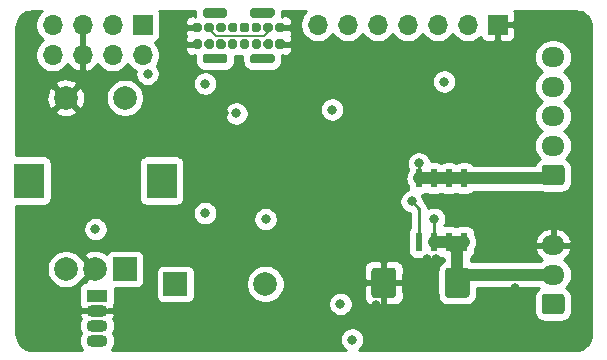
<source format=gbr>
G04 #@! TF.GenerationSoftware,KiCad,Pcbnew,5.1.10-88a1d61d58~90~ubuntu20.04.1*
G04 #@! TF.CreationDate,2021-08-06T19:03:49+02:00*
G04 #@! TF.ProjectId,arlene,61726c65-6e65-42e6-9b69-6361645f7063,v1.00*
G04 #@! TF.SameCoordinates,Original*
G04 #@! TF.FileFunction,Copper,L4,Bot*
G04 #@! TF.FilePolarity,Positive*
%FSLAX46Y46*%
G04 Gerber Fmt 4.6, Leading zero omitted, Abs format (unit mm)*
G04 Created by KiCad (PCBNEW 5.1.10-88a1d61d58~90~ubuntu20.04.1) date 2021-08-06 19:03:49*
%MOMM*%
%LPD*%
G01*
G04 APERTURE LIST*
G04 #@! TA.AperFunction,ComponentPad*
%ADD10O,1.800000X1.070000*%
G04 #@! TD*
G04 #@! TA.AperFunction,ComponentPad*
%ADD11R,1.800000X1.070000*%
G04 #@! TD*
G04 #@! TA.AperFunction,SMDPad,CuDef*
%ADD12R,0.600000X1.550000*%
G04 #@! TD*
G04 #@! TA.AperFunction,ComponentPad*
%ADD13O,1.950000X1.700000*%
G04 #@! TD*
G04 #@! TA.AperFunction,ComponentPad*
%ADD14C,2.000000*%
G04 #@! TD*
G04 #@! TA.AperFunction,ComponentPad*
%ADD15R,2.500000X3.000000*%
G04 #@! TD*
G04 #@! TA.AperFunction,ComponentPad*
%ADD16R,2.000000X2.000000*%
G04 #@! TD*
G04 #@! TA.AperFunction,ComponentPad*
%ADD17R,1.700000X1.700000*%
G04 #@! TD*
G04 #@! TA.AperFunction,ComponentPad*
%ADD18O,1.700000X1.700000*%
G04 #@! TD*
G04 #@! TA.AperFunction,ViaPad*
%ADD19C,0.800000*%
G04 #@! TD*
G04 #@! TA.AperFunction,ViaPad*
%ADD20C,0.700000*%
G04 #@! TD*
G04 #@! TA.AperFunction,Conductor*
%ADD21C,1.000000*%
G04 #@! TD*
G04 #@! TA.AperFunction,Conductor*
%ADD22C,0.250000*%
G04 #@! TD*
G04 #@! TA.AperFunction,Conductor*
%ADD23C,0.200000*%
G04 #@! TD*
G04 #@! TA.AperFunction,Conductor*
%ADD24C,0.254000*%
G04 #@! TD*
G04 #@! TA.AperFunction,Conductor*
%ADD25C,0.100000*%
G04 #@! TD*
G04 APERTURE END LIST*
G04 #@! TA.AperFunction,ComponentPad*
G36*
G01*
X144580000Y-88640000D02*
X144580000Y-88240000D01*
G75*
G02*
X144780000Y-88040000I200000J0D01*
G01*
X145180000Y-88040000D01*
G75*
G02*
X145380000Y-88240000I0J-200000D01*
G01*
X145380000Y-88640000D01*
G75*
G02*
X145180000Y-88840000I-200000J0D01*
G01*
X144780000Y-88840000D01*
G75*
G02*
X144580000Y-88640000I0J200000D01*
G01*
G37*
G04 #@! TD.AperFunction*
G04 #@! TA.AperFunction,ComponentPad*
G36*
G01*
X145580000Y-88640000D02*
X145580000Y-88240000D01*
G75*
G02*
X145780000Y-88040000I200000J0D01*
G01*
X146180000Y-88040000D01*
G75*
G02*
X146380000Y-88240000I0J-200000D01*
G01*
X146380000Y-88640000D01*
G75*
G02*
X146180000Y-88840000I-200000J0D01*
G01*
X145780000Y-88840000D01*
G75*
G02*
X145580000Y-88640000I0J200000D01*
G01*
G37*
G04 #@! TD.AperFunction*
G04 #@! TA.AperFunction,ComponentPad*
G36*
G01*
X146580000Y-88640000D02*
X146580000Y-88240000D01*
G75*
G02*
X146780000Y-88040000I200000J0D01*
G01*
X147180000Y-88040000D01*
G75*
G02*
X147380000Y-88240000I0J-200000D01*
G01*
X147380000Y-88640000D01*
G75*
G02*
X147180000Y-88840000I-200000J0D01*
G01*
X146780000Y-88840000D01*
G75*
G02*
X146580000Y-88640000I0J200000D01*
G01*
G37*
G04 #@! TD.AperFunction*
G04 #@! TA.AperFunction,ComponentPad*
G36*
G01*
X147580000Y-88640000D02*
X147580000Y-88240000D01*
G75*
G02*
X147780000Y-88040000I200000J0D01*
G01*
X148180000Y-88040000D01*
G75*
G02*
X148380000Y-88240000I0J-200000D01*
G01*
X148380000Y-88640000D01*
G75*
G02*
X148180000Y-88840000I-200000J0D01*
G01*
X147780000Y-88840000D01*
G75*
G02*
X147580000Y-88640000I0J200000D01*
G01*
G37*
G04 #@! TD.AperFunction*
G04 #@! TA.AperFunction,ComponentPad*
G36*
G01*
X143580000Y-88640000D02*
X143580000Y-88240000D01*
G75*
G02*
X143780000Y-88040000I200000J0D01*
G01*
X144180000Y-88040000D01*
G75*
G02*
X144380000Y-88240000I0J-200000D01*
G01*
X144380000Y-88640000D01*
G75*
G02*
X144180000Y-88840000I-200000J0D01*
G01*
X143780000Y-88840000D01*
G75*
G02*
X143580000Y-88640000I0J200000D01*
G01*
G37*
G04 #@! TD.AperFunction*
G04 #@! TA.AperFunction,ComponentPad*
G36*
G01*
X141580000Y-88640000D02*
X141580000Y-88240000D01*
G75*
G02*
X141780000Y-88040000I200000J0D01*
G01*
X142180000Y-88040000D01*
G75*
G02*
X142380000Y-88240000I0J-200000D01*
G01*
X142380000Y-88640000D01*
G75*
G02*
X142180000Y-88840000I-200000J0D01*
G01*
X141780000Y-88840000D01*
G75*
G02*
X141580000Y-88640000I0J200000D01*
G01*
G37*
G04 #@! TD.AperFunction*
G04 #@! TA.AperFunction,ComponentPad*
G36*
G01*
X140580000Y-88640000D02*
X140580000Y-88240000D01*
G75*
G02*
X140780000Y-88040000I200000J0D01*
G01*
X141180000Y-88040000D01*
G75*
G02*
X141380000Y-88240000I0J-200000D01*
G01*
X141380000Y-88640000D01*
G75*
G02*
X141180000Y-88840000I-200000J0D01*
G01*
X140780000Y-88840000D01*
G75*
G02*
X140580000Y-88640000I0J200000D01*
G01*
G37*
G04 #@! TD.AperFunction*
G04 #@! TA.AperFunction,ComponentPad*
G36*
G01*
X140580000Y-87240000D02*
X140580000Y-86840000D01*
G75*
G02*
X140780000Y-86640000I200000J0D01*
G01*
X141180000Y-86640000D01*
G75*
G02*
X141380000Y-86840000I0J-200000D01*
G01*
X141380000Y-87240000D01*
G75*
G02*
X141180000Y-87440000I-200000J0D01*
G01*
X140780000Y-87440000D01*
G75*
G02*
X140580000Y-87240000I0J200000D01*
G01*
G37*
G04 #@! TD.AperFunction*
G04 #@! TA.AperFunction,ComponentPad*
G36*
G01*
X141580000Y-87240000D02*
X141580000Y-86840000D01*
G75*
G02*
X141780000Y-86640000I200000J0D01*
G01*
X142180000Y-86640000D01*
G75*
G02*
X142380000Y-86840000I0J-200000D01*
G01*
X142380000Y-87240000D01*
G75*
G02*
X142180000Y-87440000I-200000J0D01*
G01*
X141780000Y-87440000D01*
G75*
G02*
X141580000Y-87240000I0J200000D01*
G01*
G37*
G04 #@! TD.AperFunction*
G04 #@! TA.AperFunction,ComponentPad*
G36*
G01*
X142580000Y-87240000D02*
X142580000Y-86840000D01*
G75*
G02*
X142780000Y-86640000I200000J0D01*
G01*
X143180000Y-86640000D01*
G75*
G02*
X143380000Y-86840000I0J-200000D01*
G01*
X143380000Y-87240000D01*
G75*
G02*
X143180000Y-87440000I-200000J0D01*
G01*
X142780000Y-87440000D01*
G75*
G02*
X142580000Y-87240000I0J200000D01*
G01*
G37*
G04 #@! TD.AperFunction*
G04 #@! TA.AperFunction,ComponentPad*
G36*
G01*
X143580000Y-87240000D02*
X143580000Y-86840000D01*
G75*
G02*
X143780000Y-86640000I200000J0D01*
G01*
X144180000Y-86640000D01*
G75*
G02*
X144380000Y-86840000I0J-200000D01*
G01*
X144380000Y-87240000D01*
G75*
G02*
X144180000Y-87440000I-200000J0D01*
G01*
X143780000Y-87440000D01*
G75*
G02*
X143580000Y-87240000I0J200000D01*
G01*
G37*
G04 #@! TD.AperFunction*
G04 #@! TA.AperFunction,ComponentPad*
G36*
G01*
X144580000Y-87240000D02*
X144580000Y-86840000D01*
G75*
G02*
X144780000Y-86640000I200000J0D01*
G01*
X145180000Y-86640000D01*
G75*
G02*
X145380000Y-86840000I0J-200000D01*
G01*
X145380000Y-87240000D01*
G75*
G02*
X145180000Y-87440000I-200000J0D01*
G01*
X144780000Y-87440000D01*
G75*
G02*
X144580000Y-87240000I0J200000D01*
G01*
G37*
G04 #@! TD.AperFunction*
G04 #@! TA.AperFunction,ComponentPad*
G36*
G01*
X146580000Y-87240000D02*
X146580000Y-86840000D01*
G75*
G02*
X146780000Y-86640000I200000J0D01*
G01*
X147180000Y-86640000D01*
G75*
G02*
X147380000Y-86840000I0J-200000D01*
G01*
X147380000Y-87240000D01*
G75*
G02*
X147180000Y-87440000I-200000J0D01*
G01*
X146780000Y-87440000D01*
G75*
G02*
X146580000Y-87240000I0J200000D01*
G01*
G37*
G04 #@! TD.AperFunction*
G04 #@! TA.AperFunction,ComponentPad*
G36*
G01*
X147580000Y-87240000D02*
X147580000Y-86840000D01*
G75*
G02*
X147780000Y-86640000I200000J0D01*
G01*
X148180000Y-86640000D01*
G75*
G02*
X148380000Y-86840000I0J-200000D01*
G01*
X148380000Y-87240000D01*
G75*
G02*
X148180000Y-87440000I-200000J0D01*
G01*
X147780000Y-87440000D01*
G75*
G02*
X147580000Y-87240000I0J200000D01*
G01*
G37*
G04 #@! TD.AperFunction*
G04 #@! TA.AperFunction,ComponentPad*
G36*
G01*
X141430000Y-86010000D02*
X141430000Y-85610000D01*
G75*
G02*
X141630000Y-85410000I200000J0D01*
G01*
X143330000Y-85410000D01*
G75*
G02*
X143530000Y-85610000I0J-200000D01*
G01*
X143530000Y-86010000D01*
G75*
G02*
X143330000Y-86210000I-200000J0D01*
G01*
X141630000Y-86210000D01*
G75*
G02*
X141430000Y-86010000I0J200000D01*
G01*
G37*
G04 #@! TD.AperFunction*
G04 #@! TA.AperFunction,ComponentPad*
G36*
G01*
X145430000Y-86010000D02*
X145430000Y-85610000D01*
G75*
G02*
X145630000Y-85410000I200000J0D01*
G01*
X147330000Y-85410000D01*
G75*
G02*
X147530000Y-85610000I0J-200000D01*
G01*
X147530000Y-86010000D01*
G75*
G02*
X147330000Y-86210000I-200000J0D01*
G01*
X145630000Y-86210000D01*
G75*
G02*
X145430000Y-86010000I0J200000D01*
G01*
G37*
G04 #@! TD.AperFunction*
G04 #@! TA.AperFunction,ComponentPad*
G36*
G01*
X145430000Y-89870000D02*
X145430000Y-89470000D01*
G75*
G02*
X145630000Y-89270000I200000J0D01*
G01*
X147330000Y-89270000D01*
G75*
G02*
X147530000Y-89470000I0J-200000D01*
G01*
X147530000Y-89870000D01*
G75*
G02*
X147330000Y-90070000I-200000J0D01*
G01*
X145630000Y-90070000D01*
G75*
G02*
X145430000Y-89870000I0J200000D01*
G01*
G37*
G04 #@! TD.AperFunction*
G04 #@! TA.AperFunction,ComponentPad*
G36*
G01*
X141430000Y-89870000D02*
X141430000Y-89470000D01*
G75*
G02*
X141630000Y-89270000I200000J0D01*
G01*
X143330000Y-89270000D01*
G75*
G02*
X143530000Y-89470000I0J-200000D01*
G01*
X143530000Y-89870000D01*
G75*
G02*
X143330000Y-90070000I-200000J0D01*
G01*
X141630000Y-90070000D01*
G75*
G02*
X141430000Y-89870000I0J200000D01*
G01*
G37*
G04 #@! TD.AperFunction*
G04 #@! TA.AperFunction,ComponentPad*
G36*
G01*
X145580000Y-87240000D02*
X145580000Y-86840000D01*
G75*
G02*
X145780000Y-86640000I200000J0D01*
G01*
X146180000Y-86640000D01*
G75*
G02*
X146380000Y-86840000I0J-200000D01*
G01*
X146380000Y-87240000D01*
G75*
G02*
X146180000Y-87440000I-200000J0D01*
G01*
X145780000Y-87440000D01*
G75*
G02*
X145580000Y-87240000I0J200000D01*
G01*
G37*
G04 #@! TD.AperFunction*
G04 #@! TA.AperFunction,ComponentPad*
G36*
G01*
X142580000Y-88640000D02*
X142580000Y-88240000D01*
G75*
G02*
X142780000Y-88040000I200000J0D01*
G01*
X143180000Y-88040000D01*
G75*
G02*
X143380000Y-88240000I0J-200000D01*
G01*
X143380000Y-88640000D01*
G75*
G02*
X143180000Y-88840000I-200000J0D01*
G01*
X142780000Y-88840000D01*
G75*
G02*
X142580000Y-88640000I0J200000D01*
G01*
G37*
G04 #@! TD.AperFunction*
D10*
X132480000Y-113560000D03*
X132480000Y-112290000D03*
X132480000Y-111020000D03*
D11*
X132480000Y-109750000D03*
D12*
X163545000Y-105200000D03*
X162275000Y-105200000D03*
X161005000Y-105200000D03*
X159735000Y-105200000D03*
X159735000Y-99800000D03*
X161005000Y-99800000D03*
X162275000Y-99800000D03*
X163545000Y-99800000D03*
G04 #@! TA.AperFunction,ComponentPad*
G36*
G01*
X171825000Y-111310000D02*
X170375000Y-111310000D01*
G75*
G02*
X170125000Y-111060000I0J250000D01*
G01*
X170125000Y-109860000D01*
G75*
G02*
X170375000Y-109610000I250000J0D01*
G01*
X171825000Y-109610000D01*
G75*
G02*
X172075000Y-109860000I0J-250000D01*
G01*
X172075000Y-111060000D01*
G75*
G02*
X171825000Y-111310000I-250000J0D01*
G01*
G37*
G04 #@! TD.AperFunction*
D13*
X171100000Y-107960000D03*
X171100000Y-105460000D03*
G04 #@! TA.AperFunction,ComponentPad*
G36*
G01*
X171825000Y-100390000D02*
X170375000Y-100390000D01*
G75*
G02*
X170125000Y-100140000I0J250000D01*
G01*
X170125000Y-98940000D01*
G75*
G02*
X170375000Y-98690000I250000J0D01*
G01*
X171825000Y-98690000D01*
G75*
G02*
X172075000Y-98940000I0J-250000D01*
G01*
X172075000Y-100140000D01*
G75*
G02*
X171825000Y-100390000I-250000J0D01*
G01*
G37*
G04 #@! TD.AperFunction*
X171100000Y-97040000D03*
X171100000Y-94540000D03*
X171100000Y-92040000D03*
X171100000Y-89540000D03*
D14*
X129850000Y-93000000D03*
X134850000Y-93000000D03*
D15*
X126750000Y-100000000D03*
X137950000Y-100000000D03*
D14*
X129850000Y-107500000D03*
X132350000Y-107500000D03*
D16*
X134850000Y-107500000D03*
X139130000Y-108750000D03*
D14*
X146730000Y-108750000D03*
D17*
X166420000Y-86800000D03*
D18*
X163880000Y-86800000D03*
X161340000Y-86800000D03*
X158790000Y-86800000D03*
X156260000Y-86800000D03*
X153720000Y-86800000D03*
X151180000Y-86800000D03*
D17*
X136350000Y-86820000D03*
D18*
X136350000Y-89360000D03*
X133810000Y-86820000D03*
X133810000Y-89360000D03*
X131270000Y-86820000D03*
X131270000Y-89360000D03*
X128730000Y-86820000D03*
X128730000Y-89360000D03*
G04 #@! TA.AperFunction,SMDPad,CuDef*
G36*
G01*
X164027500Y-107635000D02*
X164027500Y-109685000D01*
G75*
G02*
X163777500Y-109935000I-250000J0D01*
G01*
X162202500Y-109935000D01*
G75*
G02*
X161952500Y-109685000I0J250000D01*
G01*
X161952500Y-107635000D01*
G75*
G02*
X162202500Y-107385000I250000J0D01*
G01*
X163777500Y-107385000D01*
G75*
G02*
X164027500Y-107635000I0J-250000D01*
G01*
G37*
G04 #@! TD.AperFunction*
G04 #@! TA.AperFunction,SMDPad,CuDef*
G36*
G01*
X157802500Y-107635000D02*
X157802500Y-109685000D01*
G75*
G02*
X157552500Y-109935000I-250000J0D01*
G01*
X155977500Y-109935000D01*
G75*
G02*
X155727500Y-109685000I0J250000D01*
G01*
X155727500Y-107635000D01*
G75*
G02*
X155977500Y-107385000I250000J0D01*
G01*
X157552500Y-107385000D01*
G75*
G02*
X157802500Y-107635000I0J-250000D01*
G01*
G37*
G04 #@! TD.AperFunction*
D19*
X158255000Y-105670000D03*
X154400000Y-107430000D03*
X154400000Y-108230000D03*
X160410000Y-106640000D03*
X167900000Y-110150000D03*
X167900000Y-110950000D03*
D20*
X163810000Y-111500000D03*
X162860000Y-111500000D03*
X164760000Y-111500000D03*
D19*
X156100000Y-110562500D03*
X150140000Y-113190000D03*
X151190000Y-110450000D03*
X161210000Y-106640000D03*
X161160000Y-97210000D03*
X159900000Y-95435000D03*
X167820000Y-92705000D03*
X161400000Y-90070000D03*
X155740000Y-98760000D03*
X140095000Y-102750000D03*
X126930000Y-93505000D03*
X140095000Y-91800000D03*
X152400000Y-95545000D03*
X142580000Y-99520000D03*
X154150000Y-103450000D03*
X154880000Y-109599998D03*
X146280000Y-100200000D03*
X150150000Y-103270000D03*
X143280000Y-94320000D03*
X148470000Y-95020000D03*
X145520000Y-97250000D03*
X132350000Y-105600000D03*
X138270000Y-90960000D03*
X173000000Y-87000000D03*
X173000000Y-113000000D03*
X127000000Y-113000000D03*
X127000000Y-87000000D03*
X167810000Y-97240000D03*
X161950000Y-113700000D03*
X160060000Y-111500000D03*
X161090000Y-109660000D03*
X157260000Y-111500000D03*
X168120000Y-113700000D03*
X165510000Y-111500000D03*
X162110000Y-111500000D03*
X167870000Y-109060010D03*
X150257660Y-107847660D03*
X132350000Y-104110000D03*
X136770000Y-90960000D03*
X153090000Y-110450000D03*
X146770000Y-103270000D03*
X141645000Y-102750000D03*
X161880000Y-91625000D03*
X154090000Y-113470000D03*
X152400000Y-93995000D03*
X141645000Y-91800000D03*
X161005000Y-103240000D03*
X159735000Y-98550000D03*
X159120000Y-101760000D03*
X144280000Y-94320000D03*
D21*
X161005000Y-105200000D02*
X162275000Y-105200000D01*
X162275000Y-105200000D02*
X163545000Y-105200000D01*
D22*
X161005000Y-105200000D02*
X161005000Y-103240000D01*
D21*
X162990000Y-105915000D02*
X162275000Y-105200000D01*
X162990000Y-108660000D02*
X162990000Y-105915000D01*
X163690000Y-107960000D02*
X162990000Y-108660000D01*
X171100000Y-107960000D02*
X163690000Y-107960000D01*
X170840000Y-99800000D02*
X171100000Y-99540000D01*
X163545000Y-99800000D02*
X170840000Y-99800000D01*
X162275000Y-99800000D02*
X163545000Y-99800000D01*
X161005000Y-99800000D02*
X162275000Y-99800000D01*
X159735000Y-99800000D02*
X161005000Y-99800000D01*
D22*
X159735000Y-99800000D02*
X159735000Y-98550000D01*
X159735000Y-102375000D02*
X159120000Y-101760000D01*
X159735000Y-105200000D02*
X159735000Y-102375000D01*
D23*
X141980000Y-87147122D02*
X142572878Y-87740000D01*
X141980000Y-87040000D02*
X141980000Y-87147122D01*
X142572878Y-87740000D02*
X146640000Y-87740000D01*
X146980000Y-87400000D02*
X146980000Y-87040000D01*
X146640000Y-87740000D02*
X146980000Y-87400000D01*
D24*
X127783368Y-85666525D02*
X127576525Y-85873368D01*
X127414010Y-86116589D01*
X127302068Y-86386842D01*
X127245000Y-86673740D01*
X127245000Y-86966260D01*
X127302068Y-87253158D01*
X127414010Y-87523411D01*
X127576525Y-87766632D01*
X127783368Y-87973475D01*
X127957760Y-88090000D01*
X127783368Y-88206525D01*
X127576525Y-88413368D01*
X127414010Y-88656589D01*
X127302068Y-88926842D01*
X127245000Y-89213740D01*
X127245000Y-89506260D01*
X127302068Y-89793158D01*
X127414010Y-90063411D01*
X127576525Y-90306632D01*
X127783368Y-90513475D01*
X128026589Y-90675990D01*
X128296842Y-90787932D01*
X128583740Y-90845000D01*
X128876260Y-90845000D01*
X129163158Y-90787932D01*
X129433411Y-90675990D01*
X129676632Y-90513475D01*
X129883475Y-90306632D01*
X130005195Y-90124466D01*
X130074822Y-90241355D01*
X130269731Y-90457588D01*
X130503080Y-90631641D01*
X130765901Y-90756825D01*
X130913110Y-90801476D01*
X131143000Y-90680155D01*
X131143000Y-89487000D01*
X131123000Y-89487000D01*
X131123000Y-89233000D01*
X131143000Y-89233000D01*
X131143000Y-86947000D01*
X131123000Y-86947000D01*
X131123000Y-86693000D01*
X131143000Y-86693000D01*
X131143000Y-86673000D01*
X131397000Y-86673000D01*
X131397000Y-86693000D01*
X131417000Y-86693000D01*
X131417000Y-86947000D01*
X131397000Y-86947000D01*
X131397000Y-89233000D01*
X131417000Y-89233000D01*
X131417000Y-89487000D01*
X131397000Y-89487000D01*
X131397000Y-90680155D01*
X131626890Y-90801476D01*
X131774099Y-90756825D01*
X132036920Y-90631641D01*
X132270269Y-90457588D01*
X132465178Y-90241355D01*
X132534805Y-90124466D01*
X132656525Y-90306632D01*
X132863368Y-90513475D01*
X133106589Y-90675990D01*
X133376842Y-90787932D01*
X133663740Y-90845000D01*
X133956260Y-90845000D01*
X134243158Y-90787932D01*
X134513411Y-90675990D01*
X134756632Y-90513475D01*
X134963475Y-90306632D01*
X135080000Y-90132240D01*
X135196525Y-90306632D01*
X135403368Y-90513475D01*
X135646589Y-90675990D01*
X135761729Y-90723682D01*
X135735000Y-90858061D01*
X135735000Y-91061939D01*
X135774774Y-91261898D01*
X135852795Y-91450256D01*
X135966063Y-91619774D01*
X136110226Y-91763937D01*
X136279744Y-91877205D01*
X136468102Y-91955226D01*
X136668061Y-91995000D01*
X136871939Y-91995000D01*
X137071898Y-91955226D01*
X137260256Y-91877205D01*
X137429774Y-91763937D01*
X137495650Y-91698061D01*
X140610000Y-91698061D01*
X140610000Y-91901939D01*
X140649774Y-92101898D01*
X140727795Y-92290256D01*
X140841063Y-92459774D01*
X140985226Y-92603937D01*
X141154744Y-92717205D01*
X141343102Y-92795226D01*
X141543061Y-92835000D01*
X141746939Y-92835000D01*
X141946898Y-92795226D01*
X142135256Y-92717205D01*
X142304774Y-92603937D01*
X142448937Y-92459774D01*
X142562205Y-92290256D01*
X142640226Y-92101898D01*
X142680000Y-91901939D01*
X142680000Y-91698061D01*
X142645191Y-91523061D01*
X160845000Y-91523061D01*
X160845000Y-91726939D01*
X160884774Y-91926898D01*
X160962795Y-92115256D01*
X161076063Y-92284774D01*
X161220226Y-92428937D01*
X161389744Y-92542205D01*
X161578102Y-92620226D01*
X161778061Y-92660000D01*
X161981939Y-92660000D01*
X162181898Y-92620226D01*
X162370256Y-92542205D01*
X162539774Y-92428937D01*
X162683937Y-92284774D01*
X162797205Y-92115256D01*
X162875226Y-91926898D01*
X162915000Y-91726939D01*
X162915000Y-91523061D01*
X162875226Y-91323102D01*
X162797205Y-91134744D01*
X162683937Y-90965226D01*
X162539774Y-90821063D01*
X162370256Y-90707795D01*
X162181898Y-90629774D01*
X161981939Y-90590000D01*
X161778061Y-90590000D01*
X161578102Y-90629774D01*
X161389744Y-90707795D01*
X161220226Y-90821063D01*
X161076063Y-90965226D01*
X160962795Y-91134744D01*
X160884774Y-91323102D01*
X160845000Y-91523061D01*
X142645191Y-91523061D01*
X142640226Y-91498102D01*
X142562205Y-91309744D01*
X142448937Y-91140226D01*
X142304774Y-90996063D01*
X142135256Y-90882795D01*
X141946898Y-90804774D01*
X141746939Y-90765000D01*
X141543061Y-90765000D01*
X141343102Y-90804774D01*
X141154744Y-90882795D01*
X140985226Y-90996063D01*
X140841063Y-91140226D01*
X140727795Y-91309744D01*
X140649774Y-91498102D01*
X140610000Y-91698061D01*
X137495650Y-91698061D01*
X137573937Y-91619774D01*
X137687205Y-91450256D01*
X137765226Y-91261898D01*
X137805000Y-91061939D01*
X137805000Y-90858061D01*
X137765226Y-90658102D01*
X137687205Y-90469744D01*
X137573937Y-90300226D01*
X137534264Y-90260553D01*
X137665990Y-90063411D01*
X137777932Y-89793158D01*
X137835000Y-89506260D01*
X137835000Y-89213740D01*
X137777932Y-88926842D01*
X137665990Y-88656589D01*
X137503475Y-88413368D01*
X137371620Y-88281513D01*
X137444180Y-88259502D01*
X137554494Y-88200537D01*
X137651185Y-88121185D01*
X137730537Y-88024494D01*
X137789502Y-87914180D01*
X137825812Y-87794482D01*
X137838072Y-87670000D01*
X137838072Y-85970000D01*
X137825812Y-85845518D01*
X137789502Y-85725820D01*
X137754320Y-85660000D01*
X140791928Y-85660000D01*
X140791928Y-86010000D01*
X140802053Y-86112803D01*
X140694250Y-86005000D01*
X140580000Y-86001928D01*
X140455518Y-86014188D01*
X140335820Y-86050498D01*
X140225506Y-86109463D01*
X140128815Y-86188815D01*
X140049463Y-86285506D01*
X139990498Y-86395820D01*
X139954188Y-86515518D01*
X139941928Y-86640000D01*
X139945000Y-86754250D01*
X140103750Y-86913000D01*
X140853000Y-86913000D01*
X140853000Y-86893000D01*
X140941928Y-86893000D01*
X140941928Y-87187000D01*
X140853000Y-87187000D01*
X140853000Y-87167000D01*
X140103750Y-87167000D01*
X139945000Y-87325750D01*
X139941928Y-87440000D01*
X139954188Y-87564482D01*
X139990498Y-87684180D01*
X140020335Y-87740000D01*
X139990498Y-87795820D01*
X139954188Y-87915518D01*
X139941928Y-88040000D01*
X139945000Y-88154250D01*
X140103750Y-88313000D01*
X140853000Y-88313000D01*
X140853000Y-88293000D01*
X140941928Y-88293000D01*
X140941928Y-88587000D01*
X140853000Y-88587000D01*
X140853000Y-88567000D01*
X140103750Y-88567000D01*
X139945000Y-88725750D01*
X139941928Y-88840000D01*
X139954188Y-88964482D01*
X139990498Y-89084180D01*
X140049463Y-89194494D01*
X140128815Y-89291185D01*
X140225506Y-89370537D01*
X140335820Y-89429502D01*
X140455518Y-89465812D01*
X140580000Y-89478072D01*
X140694250Y-89475000D01*
X140802053Y-89367197D01*
X140791928Y-89470000D01*
X140791928Y-89870000D01*
X140808031Y-90033500D01*
X140855722Y-90190716D01*
X140933169Y-90335608D01*
X141037394Y-90462606D01*
X141164392Y-90566831D01*
X141309284Y-90644278D01*
X141466500Y-90691969D01*
X141630000Y-90708072D01*
X143330000Y-90708072D01*
X143493500Y-90691969D01*
X143650716Y-90644278D01*
X143795608Y-90566831D01*
X143922606Y-90462606D01*
X144026831Y-90335608D01*
X144104278Y-90190716D01*
X144151969Y-90033500D01*
X144168072Y-89870000D01*
X144168072Y-89478072D01*
X144180000Y-89478072D01*
X144343500Y-89461969D01*
X144480000Y-89420562D01*
X144616500Y-89461969D01*
X144780000Y-89478072D01*
X144791928Y-89478072D01*
X144791928Y-89870000D01*
X144808031Y-90033500D01*
X144855722Y-90190716D01*
X144933169Y-90335608D01*
X145037394Y-90462606D01*
X145164392Y-90566831D01*
X145309284Y-90644278D01*
X145466500Y-90691969D01*
X145630000Y-90708072D01*
X147330000Y-90708072D01*
X147493500Y-90691969D01*
X147650716Y-90644278D01*
X147795608Y-90566831D01*
X147922606Y-90462606D01*
X148026831Y-90335608D01*
X148104278Y-90190716D01*
X148151969Y-90033500D01*
X148168072Y-89870000D01*
X148168072Y-89470000D01*
X148157947Y-89367197D01*
X148265750Y-89475000D01*
X148380000Y-89478072D01*
X148504482Y-89465812D01*
X148624180Y-89429502D01*
X148734494Y-89370537D01*
X148831185Y-89291185D01*
X148910537Y-89194494D01*
X148969502Y-89084180D01*
X149005812Y-88964482D01*
X149018072Y-88840000D01*
X149015000Y-88725750D01*
X148856250Y-88567000D01*
X148107000Y-88567000D01*
X148107000Y-88587000D01*
X148018072Y-88587000D01*
X148018072Y-88293000D01*
X148107000Y-88293000D01*
X148107000Y-88313000D01*
X148856250Y-88313000D01*
X149015000Y-88154250D01*
X149018072Y-88040000D01*
X149005812Y-87915518D01*
X148969502Y-87795820D01*
X148939665Y-87740000D01*
X148969502Y-87684180D01*
X149005812Y-87564482D01*
X149018072Y-87440000D01*
X149015000Y-87325750D01*
X148856250Y-87167000D01*
X148107000Y-87167000D01*
X148107000Y-87187000D01*
X148018072Y-87187000D01*
X148018072Y-86893000D01*
X148107000Y-86893000D01*
X148107000Y-86913000D01*
X148856250Y-86913000D01*
X149015000Y-86754250D01*
X149018072Y-86640000D01*
X149005812Y-86515518D01*
X148969502Y-86395820D01*
X148910537Y-86285506D01*
X148831185Y-86188815D01*
X148734494Y-86109463D01*
X148624180Y-86050498D01*
X148504482Y-86014188D01*
X148380000Y-86001928D01*
X148265750Y-86005000D01*
X148157947Y-86112803D01*
X148168072Y-86010000D01*
X148168072Y-85660000D01*
X150219893Y-85660000D01*
X150026525Y-85853368D01*
X149864010Y-86096589D01*
X149752068Y-86366842D01*
X149695000Y-86653740D01*
X149695000Y-86946260D01*
X149752068Y-87233158D01*
X149864010Y-87503411D01*
X150026525Y-87746632D01*
X150233368Y-87953475D01*
X150476589Y-88115990D01*
X150746842Y-88227932D01*
X151033740Y-88285000D01*
X151326260Y-88285000D01*
X151613158Y-88227932D01*
X151883411Y-88115990D01*
X152126632Y-87953475D01*
X152333475Y-87746632D01*
X152450000Y-87572240D01*
X152566525Y-87746632D01*
X152773368Y-87953475D01*
X153016589Y-88115990D01*
X153286842Y-88227932D01*
X153573740Y-88285000D01*
X153866260Y-88285000D01*
X154153158Y-88227932D01*
X154423411Y-88115990D01*
X154666632Y-87953475D01*
X154873475Y-87746632D01*
X154990000Y-87572240D01*
X155106525Y-87746632D01*
X155313368Y-87953475D01*
X155556589Y-88115990D01*
X155826842Y-88227932D01*
X156113740Y-88285000D01*
X156406260Y-88285000D01*
X156693158Y-88227932D01*
X156963411Y-88115990D01*
X157206632Y-87953475D01*
X157413475Y-87746632D01*
X157525000Y-87579723D01*
X157636525Y-87746632D01*
X157843368Y-87953475D01*
X158086589Y-88115990D01*
X158356842Y-88227932D01*
X158643740Y-88285000D01*
X158936260Y-88285000D01*
X159223158Y-88227932D01*
X159493411Y-88115990D01*
X159736632Y-87953475D01*
X159943475Y-87746632D01*
X160065000Y-87564757D01*
X160186525Y-87746632D01*
X160393368Y-87953475D01*
X160636589Y-88115990D01*
X160906842Y-88227932D01*
X161193740Y-88285000D01*
X161486260Y-88285000D01*
X161773158Y-88227932D01*
X162043411Y-88115990D01*
X162286632Y-87953475D01*
X162493475Y-87746632D01*
X162610000Y-87572240D01*
X162726525Y-87746632D01*
X162933368Y-87953475D01*
X163176589Y-88115990D01*
X163446842Y-88227932D01*
X163733740Y-88285000D01*
X164026260Y-88285000D01*
X164313158Y-88227932D01*
X164583411Y-88115990D01*
X164826632Y-87953475D01*
X164958487Y-87821620D01*
X164980498Y-87894180D01*
X165039463Y-88004494D01*
X165118815Y-88101185D01*
X165215506Y-88180537D01*
X165325820Y-88239502D01*
X165445518Y-88275812D01*
X165570000Y-88288072D01*
X166134250Y-88285000D01*
X166293000Y-88126250D01*
X166293000Y-86927000D01*
X166547000Y-86927000D01*
X166547000Y-88126250D01*
X166705750Y-88285000D01*
X167270000Y-88288072D01*
X167394482Y-88275812D01*
X167514180Y-88239502D01*
X167624494Y-88180537D01*
X167721185Y-88101185D01*
X167800537Y-88004494D01*
X167859502Y-87894180D01*
X167895812Y-87774482D01*
X167908072Y-87650000D01*
X167905000Y-87085750D01*
X167746250Y-86927000D01*
X166547000Y-86927000D01*
X166293000Y-86927000D01*
X166273000Y-86927000D01*
X166273000Y-86673000D01*
X166293000Y-86673000D01*
X166293000Y-86653000D01*
X166547000Y-86653000D01*
X166547000Y-86673000D01*
X167746250Y-86673000D01*
X167905000Y-86514250D01*
X167908072Y-85950000D01*
X167895812Y-85825518D01*
X167859502Y-85705820D01*
X167835010Y-85660000D01*
X172967721Y-85660000D01*
X173259659Y-85688625D01*
X173509429Y-85764035D01*
X173739792Y-85886522D01*
X173941980Y-86051422D01*
X174108286Y-86252450D01*
X174232378Y-86481954D01*
X174309531Y-86731195D01*
X174340000Y-87021089D01*
X174340001Y-112967711D01*
X174311375Y-113259660D01*
X174235965Y-113509429D01*
X174113477Y-113739794D01*
X173948579Y-113941979D01*
X173747546Y-114108288D01*
X173518046Y-114232378D01*
X173268805Y-114309531D01*
X172978911Y-114340000D01*
X154650903Y-114340000D01*
X154749774Y-114273937D01*
X154893937Y-114129774D01*
X155007205Y-113960256D01*
X155085226Y-113771898D01*
X155125000Y-113571939D01*
X155125000Y-113368061D01*
X155085226Y-113168102D01*
X155007205Y-112979744D01*
X154893937Y-112810226D01*
X154749774Y-112666063D01*
X154580256Y-112552795D01*
X154391898Y-112474774D01*
X154191939Y-112435000D01*
X153988061Y-112435000D01*
X153788102Y-112474774D01*
X153599744Y-112552795D01*
X153430226Y-112666063D01*
X153286063Y-112810226D01*
X153172795Y-112979744D01*
X153094774Y-113168102D01*
X153055000Y-113368061D01*
X153055000Y-113571939D01*
X153094774Y-113771898D01*
X153172795Y-113960256D01*
X153286063Y-114129774D01*
X153430226Y-114273937D01*
X153529097Y-114340000D01*
X133718433Y-114340000D01*
X133822526Y-114213162D01*
X133931169Y-114009906D01*
X133998071Y-113789360D01*
X134020661Y-113560000D01*
X133998071Y-113330640D01*
X133931169Y-113110094D01*
X133832234Y-112925000D01*
X133931169Y-112739906D01*
X133998071Y-112519360D01*
X134020661Y-112290000D01*
X133998071Y-112060640D01*
X133931169Y-111840094D01*
X133830846Y-111652404D01*
X133888377Y-111564421D01*
X133973900Y-111327383D01*
X133848244Y-111147000D01*
X133107560Y-111147000D01*
X133074360Y-111136929D01*
X132902477Y-111120000D01*
X132057523Y-111120000D01*
X131885640Y-111136929D01*
X131852440Y-111147000D01*
X131111756Y-111147000D01*
X130986100Y-111327383D01*
X131071623Y-111564421D01*
X131129154Y-111652404D01*
X131028831Y-111840094D01*
X130961929Y-112060640D01*
X130939339Y-112290000D01*
X130961929Y-112519360D01*
X131028831Y-112739906D01*
X131127766Y-112925000D01*
X131028831Y-113110094D01*
X130961929Y-113330640D01*
X130939339Y-113560000D01*
X130961929Y-113789360D01*
X131028831Y-114009906D01*
X131137474Y-114213162D01*
X131241567Y-114340000D01*
X127032279Y-114340000D01*
X126740340Y-114311375D01*
X126490571Y-114235965D01*
X126260206Y-114113477D01*
X126058021Y-113948579D01*
X125891712Y-113747546D01*
X125767622Y-113518046D01*
X125690469Y-113268805D01*
X125660000Y-112978911D01*
X125660000Y-109215000D01*
X130941928Y-109215000D01*
X130941928Y-110285000D01*
X130954188Y-110409482D01*
X130990498Y-110529180D01*
X131027385Y-110598190D01*
X130986100Y-110712617D01*
X131111756Y-110893000D01*
X131396800Y-110893000D01*
X131455518Y-110910812D01*
X131580000Y-110923072D01*
X133380000Y-110923072D01*
X133504482Y-110910812D01*
X133563200Y-110893000D01*
X133848244Y-110893000D01*
X133973900Y-110712617D01*
X133932615Y-110598190D01*
X133969502Y-110529180D01*
X134005812Y-110409482D01*
X134018072Y-110285000D01*
X134018072Y-109215000D01*
X134010496Y-109138072D01*
X135850000Y-109138072D01*
X135974482Y-109125812D01*
X136094180Y-109089502D01*
X136204494Y-109030537D01*
X136301185Y-108951185D01*
X136380537Y-108854494D01*
X136439502Y-108744180D01*
X136475812Y-108624482D01*
X136488072Y-108500000D01*
X136488072Y-107750000D01*
X137491928Y-107750000D01*
X137491928Y-109750000D01*
X137504188Y-109874482D01*
X137540498Y-109994180D01*
X137599463Y-110104494D01*
X137678815Y-110201185D01*
X137775506Y-110280537D01*
X137885820Y-110339502D01*
X138005518Y-110375812D01*
X138130000Y-110388072D01*
X140130000Y-110388072D01*
X140254482Y-110375812D01*
X140374180Y-110339502D01*
X140484494Y-110280537D01*
X140581185Y-110201185D01*
X140660537Y-110104494D01*
X140719502Y-109994180D01*
X140755812Y-109874482D01*
X140768072Y-109750000D01*
X140768072Y-108588967D01*
X145095000Y-108588967D01*
X145095000Y-108911033D01*
X145157832Y-109226912D01*
X145281082Y-109524463D01*
X145460013Y-109792252D01*
X145687748Y-110019987D01*
X145955537Y-110198918D01*
X146253088Y-110322168D01*
X146568967Y-110385000D01*
X146891033Y-110385000D01*
X147076738Y-110348061D01*
X152055000Y-110348061D01*
X152055000Y-110551939D01*
X152094774Y-110751898D01*
X152172795Y-110940256D01*
X152286063Y-111109774D01*
X152430226Y-111253937D01*
X152599744Y-111367205D01*
X152788102Y-111445226D01*
X152988061Y-111485000D01*
X153191939Y-111485000D01*
X153391898Y-111445226D01*
X153580256Y-111367205D01*
X153749774Y-111253937D01*
X153893937Y-111109774D01*
X154007205Y-110940256D01*
X154085226Y-110751898D01*
X154125000Y-110551939D01*
X154125000Y-110348061D01*
X154085226Y-110148102D01*
X154007205Y-109959744D01*
X153990672Y-109935000D01*
X155089428Y-109935000D01*
X155101688Y-110059482D01*
X155137998Y-110179180D01*
X155196963Y-110289494D01*
X155276315Y-110386185D01*
X155373006Y-110465537D01*
X155483320Y-110524502D01*
X155603018Y-110560812D01*
X155727500Y-110573072D01*
X156479250Y-110570000D01*
X156638000Y-110411250D01*
X156638000Y-108787000D01*
X156892000Y-108787000D01*
X156892000Y-110411250D01*
X157050750Y-110570000D01*
X157802500Y-110573072D01*
X157926982Y-110560812D01*
X158046680Y-110524502D01*
X158156994Y-110465537D01*
X158253685Y-110386185D01*
X158333037Y-110289494D01*
X158392002Y-110179180D01*
X158428312Y-110059482D01*
X158440572Y-109935000D01*
X158437500Y-108945750D01*
X158278750Y-108787000D01*
X156892000Y-108787000D01*
X156638000Y-108787000D01*
X155251250Y-108787000D01*
X155092500Y-108945750D01*
X155089428Y-109935000D01*
X153990672Y-109935000D01*
X153893937Y-109790226D01*
X153749774Y-109646063D01*
X153580256Y-109532795D01*
X153391898Y-109454774D01*
X153191939Y-109415000D01*
X152988061Y-109415000D01*
X152788102Y-109454774D01*
X152599744Y-109532795D01*
X152430226Y-109646063D01*
X152286063Y-109790226D01*
X152172795Y-109959744D01*
X152094774Y-110148102D01*
X152055000Y-110348061D01*
X147076738Y-110348061D01*
X147206912Y-110322168D01*
X147504463Y-110198918D01*
X147772252Y-110019987D01*
X147999987Y-109792252D01*
X148178918Y-109524463D01*
X148302168Y-109226912D01*
X148365000Y-108911033D01*
X148365000Y-108588967D01*
X148302168Y-108273088D01*
X148178918Y-107975537D01*
X147999987Y-107707748D01*
X147772252Y-107480013D01*
X147630056Y-107385000D01*
X155089428Y-107385000D01*
X155092500Y-108374250D01*
X155251250Y-108533000D01*
X156638000Y-108533000D01*
X156638000Y-106908750D01*
X156892000Y-106908750D01*
X156892000Y-108533000D01*
X158278750Y-108533000D01*
X158437500Y-108374250D01*
X158440572Y-107385000D01*
X158428312Y-107260518D01*
X158392002Y-107140820D01*
X158333037Y-107030506D01*
X158253685Y-106933815D01*
X158156994Y-106854463D01*
X158046680Y-106795498D01*
X157926982Y-106759188D01*
X157802500Y-106746928D01*
X157050750Y-106750000D01*
X156892000Y-106908750D01*
X156638000Y-106908750D01*
X156479250Y-106750000D01*
X155727500Y-106746928D01*
X155603018Y-106759188D01*
X155483320Y-106795498D01*
X155373006Y-106854463D01*
X155276315Y-106933815D01*
X155196963Y-107030506D01*
X155137998Y-107140820D01*
X155101688Y-107260518D01*
X155089428Y-107385000D01*
X147630056Y-107385000D01*
X147504463Y-107301082D01*
X147206912Y-107177832D01*
X146891033Y-107115000D01*
X146568967Y-107115000D01*
X146253088Y-107177832D01*
X145955537Y-107301082D01*
X145687748Y-107480013D01*
X145460013Y-107707748D01*
X145281082Y-107975537D01*
X145157832Y-108273088D01*
X145095000Y-108588967D01*
X140768072Y-108588967D01*
X140768072Y-107750000D01*
X140755812Y-107625518D01*
X140719502Y-107505820D01*
X140660537Y-107395506D01*
X140581185Y-107298815D01*
X140484494Y-107219463D01*
X140374180Y-107160498D01*
X140254482Y-107124188D01*
X140130000Y-107111928D01*
X138130000Y-107111928D01*
X138005518Y-107124188D01*
X137885820Y-107160498D01*
X137775506Y-107219463D01*
X137678815Y-107298815D01*
X137599463Y-107395506D01*
X137540498Y-107505820D01*
X137504188Y-107625518D01*
X137491928Y-107750000D01*
X136488072Y-107750000D01*
X136488072Y-106500000D01*
X136475812Y-106375518D01*
X136439502Y-106255820D01*
X136380537Y-106145506D01*
X136301185Y-106048815D01*
X136204494Y-105969463D01*
X136094180Y-105910498D01*
X135974482Y-105874188D01*
X135850000Y-105861928D01*
X133850000Y-105861928D01*
X133725518Y-105874188D01*
X133605820Y-105910498D01*
X133495506Y-105969463D01*
X133398815Y-106048815D01*
X133319463Y-106145506D01*
X133264024Y-106249223D01*
X133210044Y-106100186D01*
X132920429Y-105959296D01*
X132608892Y-105877616D01*
X132287405Y-105858282D01*
X131968325Y-105902039D01*
X131663912Y-106007205D01*
X131489956Y-106100186D01*
X131394192Y-106364587D01*
X132350000Y-107320395D01*
X132364143Y-107306253D01*
X132543748Y-107485858D01*
X132529605Y-107500000D01*
X132543748Y-107514143D01*
X132364143Y-107693748D01*
X132350000Y-107679605D01*
X131433842Y-108595763D01*
X131335820Y-108625498D01*
X131225506Y-108684463D01*
X131128815Y-108763815D01*
X131049463Y-108860506D01*
X130990498Y-108970820D01*
X130954188Y-109090518D01*
X130941928Y-109215000D01*
X125660000Y-109215000D01*
X125660000Y-107338967D01*
X128215000Y-107338967D01*
X128215000Y-107661033D01*
X128277832Y-107976912D01*
X128401082Y-108274463D01*
X128580013Y-108542252D01*
X128807748Y-108769987D01*
X129075537Y-108948918D01*
X129373088Y-109072168D01*
X129688967Y-109135000D01*
X130011033Y-109135000D01*
X130326912Y-109072168D01*
X130624463Y-108948918D01*
X130892252Y-108769987D01*
X131119987Y-108542252D01*
X131184925Y-108445065D01*
X131214587Y-108455808D01*
X132170395Y-107500000D01*
X131214587Y-106544192D01*
X131184925Y-106554935D01*
X131119987Y-106457748D01*
X130892252Y-106230013D01*
X130624463Y-106051082D01*
X130326912Y-105927832D01*
X130011033Y-105865000D01*
X129688967Y-105865000D01*
X129373088Y-105927832D01*
X129075537Y-106051082D01*
X128807748Y-106230013D01*
X128580013Y-106457748D01*
X128401082Y-106725537D01*
X128277832Y-107023088D01*
X128215000Y-107338967D01*
X125660000Y-107338967D01*
X125660000Y-104008061D01*
X131315000Y-104008061D01*
X131315000Y-104211939D01*
X131354774Y-104411898D01*
X131432795Y-104600256D01*
X131546063Y-104769774D01*
X131690226Y-104913937D01*
X131859744Y-105027205D01*
X132048102Y-105105226D01*
X132248061Y-105145000D01*
X132451939Y-105145000D01*
X132651898Y-105105226D01*
X132840256Y-105027205D01*
X133009774Y-104913937D01*
X133153937Y-104769774D01*
X133267205Y-104600256D01*
X133345226Y-104411898D01*
X133385000Y-104211939D01*
X133385000Y-104008061D01*
X133345226Y-103808102D01*
X133267205Y-103619744D01*
X133153937Y-103450226D01*
X133009774Y-103306063D01*
X132840256Y-103192795D01*
X132651898Y-103114774D01*
X132451939Y-103075000D01*
X132248061Y-103075000D01*
X132048102Y-103114774D01*
X131859744Y-103192795D01*
X131690226Y-103306063D01*
X131546063Y-103450226D01*
X131432795Y-103619744D01*
X131354774Y-103808102D01*
X131315000Y-104008061D01*
X125660000Y-104008061D01*
X125660000Y-102648061D01*
X140610000Y-102648061D01*
X140610000Y-102851939D01*
X140649774Y-103051898D01*
X140727795Y-103240256D01*
X140841063Y-103409774D01*
X140985226Y-103553937D01*
X141154744Y-103667205D01*
X141343102Y-103745226D01*
X141543061Y-103785000D01*
X141746939Y-103785000D01*
X141946898Y-103745226D01*
X142135256Y-103667205D01*
X142304774Y-103553937D01*
X142448937Y-103409774D01*
X142562205Y-103240256D01*
X142592109Y-103168061D01*
X145735000Y-103168061D01*
X145735000Y-103371939D01*
X145774774Y-103571898D01*
X145852795Y-103760256D01*
X145966063Y-103929774D01*
X146110226Y-104073937D01*
X146279744Y-104187205D01*
X146468102Y-104265226D01*
X146668061Y-104305000D01*
X146871939Y-104305000D01*
X147071898Y-104265226D01*
X147260256Y-104187205D01*
X147429774Y-104073937D01*
X147573937Y-103929774D01*
X147687205Y-103760256D01*
X147765226Y-103571898D01*
X147805000Y-103371939D01*
X147805000Y-103168061D01*
X147765226Y-102968102D01*
X147687205Y-102779744D01*
X147573937Y-102610226D01*
X147429774Y-102466063D01*
X147260256Y-102352795D01*
X147071898Y-102274774D01*
X146871939Y-102235000D01*
X146668061Y-102235000D01*
X146468102Y-102274774D01*
X146279744Y-102352795D01*
X146110226Y-102466063D01*
X145966063Y-102610226D01*
X145852795Y-102779744D01*
X145774774Y-102968102D01*
X145735000Y-103168061D01*
X142592109Y-103168061D01*
X142640226Y-103051898D01*
X142680000Y-102851939D01*
X142680000Y-102648061D01*
X142640226Y-102448102D01*
X142562205Y-102259744D01*
X142448937Y-102090226D01*
X142304774Y-101946063D01*
X142135256Y-101832795D01*
X141946898Y-101754774D01*
X141746939Y-101715000D01*
X141543061Y-101715000D01*
X141343102Y-101754774D01*
X141154744Y-101832795D01*
X140985226Y-101946063D01*
X140841063Y-102090226D01*
X140727795Y-102259744D01*
X140649774Y-102448102D01*
X140610000Y-102648061D01*
X125660000Y-102648061D01*
X125660000Y-102138072D01*
X128000000Y-102138072D01*
X128124482Y-102125812D01*
X128244180Y-102089502D01*
X128354494Y-102030537D01*
X128451185Y-101951185D01*
X128530537Y-101854494D01*
X128589502Y-101744180D01*
X128625812Y-101624482D01*
X128638072Y-101500000D01*
X128638072Y-98500000D01*
X136061928Y-98500000D01*
X136061928Y-101500000D01*
X136074188Y-101624482D01*
X136110498Y-101744180D01*
X136169463Y-101854494D01*
X136248815Y-101951185D01*
X136345506Y-102030537D01*
X136455820Y-102089502D01*
X136575518Y-102125812D01*
X136700000Y-102138072D01*
X139200000Y-102138072D01*
X139324482Y-102125812D01*
X139444180Y-102089502D01*
X139554494Y-102030537D01*
X139651185Y-101951185D01*
X139730537Y-101854494D01*
X139789502Y-101744180D01*
X139815625Y-101658061D01*
X158085000Y-101658061D01*
X158085000Y-101861939D01*
X158124774Y-102061898D01*
X158202795Y-102250256D01*
X158316063Y-102419774D01*
X158460226Y-102563937D01*
X158629744Y-102677205D01*
X158818102Y-102755226D01*
X158975001Y-102786435D01*
X158975000Y-103984556D01*
X158904463Y-104070506D01*
X158845498Y-104180820D01*
X158809188Y-104300518D01*
X158796928Y-104425000D01*
X158796928Y-105975000D01*
X158809188Y-106099482D01*
X158845498Y-106219180D01*
X158904463Y-106329494D01*
X158983815Y-106426185D01*
X159080506Y-106505537D01*
X159190820Y-106564502D01*
X159310518Y-106600812D01*
X159435000Y-106613072D01*
X160035000Y-106613072D01*
X160159482Y-106600812D01*
X160279180Y-106564502D01*
X160370000Y-106515957D01*
X160460820Y-106564502D01*
X160580518Y-106600812D01*
X160705000Y-106613072D01*
X161305000Y-106613072D01*
X161429482Y-106600812D01*
X161549180Y-106564502D01*
X161640000Y-106515957D01*
X161730820Y-106564502D01*
X161850518Y-106600812D01*
X161855001Y-106601253D01*
X161855001Y-106818617D01*
X161709114Y-106896595D01*
X161574538Y-107007038D01*
X161464095Y-107141614D01*
X161382028Y-107295150D01*
X161331492Y-107461746D01*
X161314428Y-107635000D01*
X161314428Y-109685000D01*
X161331492Y-109858254D01*
X161382028Y-110024850D01*
X161464095Y-110178386D01*
X161574538Y-110312962D01*
X161709114Y-110423405D01*
X161862650Y-110505472D01*
X162029246Y-110556008D01*
X162202500Y-110573072D01*
X163777500Y-110573072D01*
X163950754Y-110556008D01*
X164117350Y-110505472D01*
X164270886Y-110423405D01*
X164405462Y-110312962D01*
X164515905Y-110178386D01*
X164597972Y-110024850D01*
X164648508Y-109858254D01*
X164665572Y-109685000D01*
X164665572Y-109095000D01*
X169931370Y-109095000D01*
X169881614Y-109121595D01*
X169747038Y-109232038D01*
X169636595Y-109366614D01*
X169554528Y-109520150D01*
X169503992Y-109686746D01*
X169486928Y-109860000D01*
X169486928Y-111060000D01*
X169503992Y-111233254D01*
X169554528Y-111399850D01*
X169636595Y-111553386D01*
X169747038Y-111687962D01*
X169881614Y-111798405D01*
X170035150Y-111880472D01*
X170201746Y-111931008D01*
X170375000Y-111948072D01*
X171825000Y-111948072D01*
X171998254Y-111931008D01*
X172164850Y-111880472D01*
X172318386Y-111798405D01*
X172452962Y-111687962D01*
X172563405Y-111553386D01*
X172645472Y-111399850D01*
X172696008Y-111233254D01*
X172713072Y-111060000D01*
X172713072Y-109860000D01*
X172696008Y-109686746D01*
X172645472Y-109520150D01*
X172563405Y-109366614D01*
X172452962Y-109232038D01*
X172318386Y-109121595D01*
X172216663Y-109067223D01*
X172280134Y-109015134D01*
X172465706Y-108789014D01*
X172603599Y-108531034D01*
X172688513Y-108251111D01*
X172717185Y-107960000D01*
X172688513Y-107668889D01*
X172603599Y-107388966D01*
X172465706Y-107130986D01*
X172280134Y-106904866D01*
X172054014Y-106719294D01*
X172028278Y-106705538D01*
X172234429Y-106549049D01*
X172427496Y-106331193D01*
X172574352Y-106079858D01*
X172666476Y-105816890D01*
X172545155Y-105587000D01*
X171227000Y-105587000D01*
X171227000Y-105607000D01*
X170973000Y-105607000D01*
X170973000Y-105587000D01*
X169654845Y-105587000D01*
X169533524Y-105816890D01*
X169625648Y-106079858D01*
X169772504Y-106331193D01*
X169965571Y-106549049D01*
X170171722Y-106705538D01*
X170145986Y-106719294D01*
X170017183Y-106825000D01*
X164136942Y-106825000D01*
X164125000Y-106818617D01*
X164125000Y-106545356D01*
X164199494Y-106505537D01*
X164296185Y-106426185D01*
X164375537Y-106329494D01*
X164434502Y-106219180D01*
X164470812Y-106099482D01*
X164483072Y-105975000D01*
X164483072Y-105846066D01*
X164493284Y-105833623D01*
X164598676Y-105636447D01*
X164663577Y-105422499D01*
X164685491Y-105200000D01*
X164675949Y-105103110D01*
X169533524Y-105103110D01*
X169654845Y-105333000D01*
X170973000Y-105333000D01*
X170973000Y-104133835D01*
X171227000Y-104133835D01*
X171227000Y-105333000D01*
X172545155Y-105333000D01*
X172666476Y-105103110D01*
X172574352Y-104840142D01*
X172427496Y-104588807D01*
X172234429Y-104370951D01*
X172002570Y-104194947D01*
X171740830Y-104067558D01*
X171459267Y-103993680D01*
X171227000Y-104133835D01*
X170973000Y-104133835D01*
X170740733Y-103993680D01*
X170459170Y-104067558D01*
X170197430Y-104194947D01*
X169965571Y-104370951D01*
X169772504Y-104588807D01*
X169625648Y-104840142D01*
X169533524Y-105103110D01*
X164675949Y-105103110D01*
X164663577Y-104977501D01*
X164598676Y-104763553D01*
X164493284Y-104566377D01*
X164483072Y-104553934D01*
X164483072Y-104425000D01*
X164470812Y-104300518D01*
X164434502Y-104180820D01*
X164375537Y-104070506D01*
X164296185Y-103973815D01*
X164199494Y-103894463D01*
X164089180Y-103835498D01*
X163969482Y-103799188D01*
X163845000Y-103786928D01*
X163245000Y-103786928D01*
X163120518Y-103799188D01*
X163000820Y-103835498D01*
X162910000Y-103884043D01*
X162819180Y-103835498D01*
X162699482Y-103799188D01*
X162575000Y-103786928D01*
X161975000Y-103786928D01*
X161877952Y-103796486D01*
X161922205Y-103730256D01*
X162000226Y-103541898D01*
X162040000Y-103341939D01*
X162040000Y-103138061D01*
X162000226Y-102938102D01*
X161922205Y-102749744D01*
X161808937Y-102580226D01*
X161664774Y-102436063D01*
X161495256Y-102322795D01*
X161306898Y-102244774D01*
X161106939Y-102205000D01*
X160903061Y-102205000D01*
X160703102Y-102244774D01*
X160514744Y-102322795D01*
X160494845Y-102336091D01*
X160484003Y-102226014D01*
X160440546Y-102082753D01*
X160369974Y-101950724D01*
X160275001Y-101834999D01*
X160246002Y-101811200D01*
X160155000Y-101720198D01*
X160155000Y-101658061D01*
X160115226Y-101458102D01*
X160037205Y-101269744D01*
X159999338Y-101213072D01*
X160035000Y-101213072D01*
X160159482Y-101200812D01*
X160279180Y-101164502D01*
X160370000Y-101115957D01*
X160460820Y-101164502D01*
X160580518Y-101200812D01*
X160705000Y-101213072D01*
X161305000Y-101213072D01*
X161429482Y-101200812D01*
X161549180Y-101164502D01*
X161640000Y-101115957D01*
X161730820Y-101164502D01*
X161850518Y-101200812D01*
X161975000Y-101213072D01*
X162575000Y-101213072D01*
X162699482Y-101200812D01*
X162819180Y-101164502D01*
X162910000Y-101115957D01*
X163000820Y-101164502D01*
X163120518Y-101200812D01*
X163245000Y-101213072D01*
X163845000Y-101213072D01*
X163969482Y-101200812D01*
X164089180Y-101164502D01*
X164199494Y-101105537D01*
X164296185Y-101026185D01*
X164371018Y-100935000D01*
X169987495Y-100935000D01*
X170035150Y-100960472D01*
X170201746Y-101011008D01*
X170375000Y-101028072D01*
X171825000Y-101028072D01*
X171998254Y-101011008D01*
X172164850Y-100960472D01*
X172318386Y-100878405D01*
X172452962Y-100767962D01*
X172563405Y-100633386D01*
X172645472Y-100479850D01*
X172696008Y-100313254D01*
X172713072Y-100140000D01*
X172713072Y-98940000D01*
X172696008Y-98766746D01*
X172645472Y-98600150D01*
X172563405Y-98446614D01*
X172452962Y-98312038D01*
X172318386Y-98201595D01*
X172216663Y-98147223D01*
X172280134Y-98095134D01*
X172465706Y-97869014D01*
X172603599Y-97611034D01*
X172688513Y-97331111D01*
X172717185Y-97040000D01*
X172688513Y-96748889D01*
X172603599Y-96468966D01*
X172465706Y-96210986D01*
X172280134Y-95984866D01*
X172054014Y-95799294D01*
X172036626Y-95790000D01*
X172054014Y-95780706D01*
X172280134Y-95595134D01*
X172465706Y-95369014D01*
X172603599Y-95111034D01*
X172688513Y-94831111D01*
X172717185Y-94540000D01*
X172688513Y-94248889D01*
X172603599Y-93968966D01*
X172465706Y-93710986D01*
X172280134Y-93484866D01*
X172054014Y-93299294D01*
X172036626Y-93290000D01*
X172054014Y-93280706D01*
X172280134Y-93095134D01*
X172465706Y-92869014D01*
X172603599Y-92611034D01*
X172688513Y-92331111D01*
X172717185Y-92040000D01*
X172688513Y-91748889D01*
X172603599Y-91468966D01*
X172465706Y-91210986D01*
X172280134Y-90984866D01*
X172054014Y-90799294D01*
X172036626Y-90790000D01*
X172054014Y-90780706D01*
X172280134Y-90595134D01*
X172465706Y-90369014D01*
X172603599Y-90111034D01*
X172688513Y-89831111D01*
X172717185Y-89540000D01*
X172688513Y-89248889D01*
X172603599Y-88968966D01*
X172465706Y-88710986D01*
X172280134Y-88484866D01*
X172054014Y-88299294D01*
X171796034Y-88161401D01*
X171516111Y-88076487D01*
X171297950Y-88055000D01*
X170902050Y-88055000D01*
X170683889Y-88076487D01*
X170403966Y-88161401D01*
X170145986Y-88299294D01*
X169919866Y-88484866D01*
X169734294Y-88710986D01*
X169596401Y-88968966D01*
X169511487Y-89248889D01*
X169482815Y-89540000D01*
X169511487Y-89831111D01*
X169596401Y-90111034D01*
X169734294Y-90369014D01*
X169919866Y-90595134D01*
X170145986Y-90780706D01*
X170163374Y-90790000D01*
X170145986Y-90799294D01*
X169919866Y-90984866D01*
X169734294Y-91210986D01*
X169596401Y-91468966D01*
X169511487Y-91748889D01*
X169482815Y-92040000D01*
X169511487Y-92331111D01*
X169596401Y-92611034D01*
X169734294Y-92869014D01*
X169919866Y-93095134D01*
X170145986Y-93280706D01*
X170163374Y-93290000D01*
X170145986Y-93299294D01*
X169919866Y-93484866D01*
X169734294Y-93710986D01*
X169596401Y-93968966D01*
X169511487Y-94248889D01*
X169482815Y-94540000D01*
X169511487Y-94831111D01*
X169596401Y-95111034D01*
X169734294Y-95369014D01*
X169919866Y-95595134D01*
X170145986Y-95780706D01*
X170163374Y-95790000D01*
X170145986Y-95799294D01*
X169919866Y-95984866D01*
X169734294Y-96210986D01*
X169596401Y-96468966D01*
X169511487Y-96748889D01*
X169482815Y-97040000D01*
X169511487Y-97331111D01*
X169596401Y-97611034D01*
X169734294Y-97869014D01*
X169919866Y-98095134D01*
X169983337Y-98147223D01*
X169881614Y-98201595D01*
X169747038Y-98312038D01*
X169636595Y-98446614D01*
X169554528Y-98600150D01*
X169534856Y-98665000D01*
X164371018Y-98665000D01*
X164296185Y-98573815D01*
X164199494Y-98494463D01*
X164089180Y-98435498D01*
X163969482Y-98399188D01*
X163845000Y-98386928D01*
X163245000Y-98386928D01*
X163120518Y-98399188D01*
X163000820Y-98435498D01*
X162910000Y-98484043D01*
X162819180Y-98435498D01*
X162699482Y-98399188D01*
X162575000Y-98386928D01*
X161975000Y-98386928D01*
X161850518Y-98399188D01*
X161730820Y-98435498D01*
X161640000Y-98484043D01*
X161549180Y-98435498D01*
X161429482Y-98399188D01*
X161305000Y-98386928D01*
X160757840Y-98386928D01*
X160730226Y-98248102D01*
X160652205Y-98059744D01*
X160538937Y-97890226D01*
X160394774Y-97746063D01*
X160225256Y-97632795D01*
X160036898Y-97554774D01*
X159836939Y-97515000D01*
X159633061Y-97515000D01*
X159433102Y-97554774D01*
X159244744Y-97632795D01*
X159075226Y-97746063D01*
X158931063Y-97890226D01*
X158817795Y-98059744D01*
X158739774Y-98248102D01*
X158700000Y-98448061D01*
X158700000Y-98651939D01*
X158739774Y-98851898D01*
X158799723Y-98996626D01*
X158796928Y-99025000D01*
X158796928Y-99153934D01*
X158786716Y-99166377D01*
X158681324Y-99363553D01*
X158616423Y-99577501D01*
X158594509Y-99800000D01*
X158616423Y-100022499D01*
X158681324Y-100236447D01*
X158786716Y-100433623D01*
X158796928Y-100446066D01*
X158796928Y-100575000D01*
X158809188Y-100699482D01*
X158828374Y-100762731D01*
X158818102Y-100764774D01*
X158629744Y-100842795D01*
X158460226Y-100956063D01*
X158316063Y-101100226D01*
X158202795Y-101269744D01*
X158124774Y-101458102D01*
X158085000Y-101658061D01*
X139815625Y-101658061D01*
X139825812Y-101624482D01*
X139838072Y-101500000D01*
X139838072Y-98500000D01*
X139825812Y-98375518D01*
X139789502Y-98255820D01*
X139730537Y-98145506D01*
X139651185Y-98048815D01*
X139554494Y-97969463D01*
X139444180Y-97910498D01*
X139324482Y-97874188D01*
X139200000Y-97861928D01*
X136700000Y-97861928D01*
X136575518Y-97874188D01*
X136455820Y-97910498D01*
X136345506Y-97969463D01*
X136248815Y-98048815D01*
X136169463Y-98145506D01*
X136110498Y-98255820D01*
X136074188Y-98375518D01*
X136061928Y-98500000D01*
X128638072Y-98500000D01*
X128625812Y-98375518D01*
X128589502Y-98255820D01*
X128530537Y-98145506D01*
X128451185Y-98048815D01*
X128354494Y-97969463D01*
X128244180Y-97910498D01*
X128124482Y-97874188D01*
X128000000Y-97861928D01*
X125660000Y-97861928D01*
X125660000Y-94135413D01*
X128894192Y-94135413D01*
X128989956Y-94399814D01*
X129279571Y-94540704D01*
X129591108Y-94622384D01*
X129912595Y-94641718D01*
X130231675Y-94597961D01*
X130536088Y-94492795D01*
X130710044Y-94399814D01*
X130805808Y-94135413D01*
X129850000Y-93179605D01*
X128894192Y-94135413D01*
X125660000Y-94135413D01*
X125660000Y-93062595D01*
X128208282Y-93062595D01*
X128252039Y-93381675D01*
X128357205Y-93686088D01*
X128450186Y-93860044D01*
X128714587Y-93955808D01*
X129670395Y-93000000D01*
X130029605Y-93000000D01*
X130985413Y-93955808D01*
X131249814Y-93860044D01*
X131390704Y-93570429D01*
X131472384Y-93258892D01*
X131491718Y-92937405D01*
X131478219Y-92838967D01*
X133215000Y-92838967D01*
X133215000Y-93161033D01*
X133277832Y-93476912D01*
X133401082Y-93774463D01*
X133580013Y-94042252D01*
X133807748Y-94269987D01*
X134075537Y-94448918D01*
X134373088Y-94572168D01*
X134688967Y-94635000D01*
X135011033Y-94635000D01*
X135326912Y-94572168D01*
X135624463Y-94448918D01*
X135892252Y-94269987D01*
X135944178Y-94218061D01*
X143245000Y-94218061D01*
X143245000Y-94421939D01*
X143284774Y-94621898D01*
X143362795Y-94810256D01*
X143476063Y-94979774D01*
X143620226Y-95123937D01*
X143789744Y-95237205D01*
X143978102Y-95315226D01*
X144178061Y-95355000D01*
X144381939Y-95355000D01*
X144581898Y-95315226D01*
X144770256Y-95237205D01*
X144939774Y-95123937D01*
X145083937Y-94979774D01*
X145197205Y-94810256D01*
X145275226Y-94621898D01*
X145315000Y-94421939D01*
X145315000Y-94218061D01*
X145275226Y-94018102D01*
X145223432Y-93893061D01*
X151365000Y-93893061D01*
X151365000Y-94096939D01*
X151404774Y-94296898D01*
X151482795Y-94485256D01*
X151596063Y-94654774D01*
X151740226Y-94798937D01*
X151909744Y-94912205D01*
X152098102Y-94990226D01*
X152298061Y-95030000D01*
X152501939Y-95030000D01*
X152701898Y-94990226D01*
X152890256Y-94912205D01*
X153059774Y-94798937D01*
X153203937Y-94654774D01*
X153317205Y-94485256D01*
X153395226Y-94296898D01*
X153435000Y-94096939D01*
X153435000Y-93893061D01*
X153395226Y-93693102D01*
X153317205Y-93504744D01*
X153203937Y-93335226D01*
X153059774Y-93191063D01*
X152890256Y-93077795D01*
X152701898Y-92999774D01*
X152501939Y-92960000D01*
X152298061Y-92960000D01*
X152098102Y-92999774D01*
X151909744Y-93077795D01*
X151740226Y-93191063D01*
X151596063Y-93335226D01*
X151482795Y-93504744D01*
X151404774Y-93693102D01*
X151365000Y-93893061D01*
X145223432Y-93893061D01*
X145197205Y-93829744D01*
X145083937Y-93660226D01*
X144939774Y-93516063D01*
X144770256Y-93402795D01*
X144581898Y-93324774D01*
X144381939Y-93285000D01*
X144178061Y-93285000D01*
X143978102Y-93324774D01*
X143789744Y-93402795D01*
X143620226Y-93516063D01*
X143476063Y-93660226D01*
X143362795Y-93829744D01*
X143284774Y-94018102D01*
X143245000Y-94218061D01*
X135944178Y-94218061D01*
X136119987Y-94042252D01*
X136298918Y-93774463D01*
X136422168Y-93476912D01*
X136485000Y-93161033D01*
X136485000Y-92838967D01*
X136422168Y-92523088D01*
X136298918Y-92225537D01*
X136119987Y-91957748D01*
X135892252Y-91730013D01*
X135624463Y-91551082D01*
X135326912Y-91427832D01*
X135011033Y-91365000D01*
X134688967Y-91365000D01*
X134373088Y-91427832D01*
X134075537Y-91551082D01*
X133807748Y-91730013D01*
X133580013Y-91957748D01*
X133401082Y-92225537D01*
X133277832Y-92523088D01*
X133215000Y-92838967D01*
X131478219Y-92838967D01*
X131447961Y-92618325D01*
X131342795Y-92313912D01*
X131249814Y-92139956D01*
X130985413Y-92044192D01*
X130029605Y-93000000D01*
X129670395Y-93000000D01*
X128714587Y-92044192D01*
X128450186Y-92139956D01*
X128309296Y-92429571D01*
X128227616Y-92741108D01*
X128208282Y-93062595D01*
X125660000Y-93062595D01*
X125660000Y-91864587D01*
X128894192Y-91864587D01*
X129850000Y-92820395D01*
X130805808Y-91864587D01*
X130710044Y-91600186D01*
X130420429Y-91459296D01*
X130108892Y-91377616D01*
X129787405Y-91358282D01*
X129468325Y-91402039D01*
X129163912Y-91507205D01*
X128989956Y-91600186D01*
X128894192Y-91864587D01*
X125660000Y-91864587D01*
X125660000Y-87032279D01*
X125688625Y-86740341D01*
X125764035Y-86490571D01*
X125886522Y-86260208D01*
X126051422Y-86058020D01*
X126252450Y-85891714D01*
X126481954Y-85767622D01*
X126731195Y-85690469D01*
X127021088Y-85660000D01*
X127793133Y-85660000D01*
X127783368Y-85666525D01*
G04 #@! TA.AperFunction,Conductor*
D25*
G36*
X127783368Y-85666525D02*
G01*
X127576525Y-85873368D01*
X127414010Y-86116589D01*
X127302068Y-86386842D01*
X127245000Y-86673740D01*
X127245000Y-86966260D01*
X127302068Y-87253158D01*
X127414010Y-87523411D01*
X127576525Y-87766632D01*
X127783368Y-87973475D01*
X127957760Y-88090000D01*
X127783368Y-88206525D01*
X127576525Y-88413368D01*
X127414010Y-88656589D01*
X127302068Y-88926842D01*
X127245000Y-89213740D01*
X127245000Y-89506260D01*
X127302068Y-89793158D01*
X127414010Y-90063411D01*
X127576525Y-90306632D01*
X127783368Y-90513475D01*
X128026589Y-90675990D01*
X128296842Y-90787932D01*
X128583740Y-90845000D01*
X128876260Y-90845000D01*
X129163158Y-90787932D01*
X129433411Y-90675990D01*
X129676632Y-90513475D01*
X129883475Y-90306632D01*
X130005195Y-90124466D01*
X130074822Y-90241355D01*
X130269731Y-90457588D01*
X130503080Y-90631641D01*
X130765901Y-90756825D01*
X130913110Y-90801476D01*
X131143000Y-90680155D01*
X131143000Y-89487000D01*
X131123000Y-89487000D01*
X131123000Y-89233000D01*
X131143000Y-89233000D01*
X131143000Y-86947000D01*
X131123000Y-86947000D01*
X131123000Y-86693000D01*
X131143000Y-86693000D01*
X131143000Y-86673000D01*
X131397000Y-86673000D01*
X131397000Y-86693000D01*
X131417000Y-86693000D01*
X131417000Y-86947000D01*
X131397000Y-86947000D01*
X131397000Y-89233000D01*
X131417000Y-89233000D01*
X131417000Y-89487000D01*
X131397000Y-89487000D01*
X131397000Y-90680155D01*
X131626890Y-90801476D01*
X131774099Y-90756825D01*
X132036920Y-90631641D01*
X132270269Y-90457588D01*
X132465178Y-90241355D01*
X132534805Y-90124466D01*
X132656525Y-90306632D01*
X132863368Y-90513475D01*
X133106589Y-90675990D01*
X133376842Y-90787932D01*
X133663740Y-90845000D01*
X133956260Y-90845000D01*
X134243158Y-90787932D01*
X134513411Y-90675990D01*
X134756632Y-90513475D01*
X134963475Y-90306632D01*
X135080000Y-90132240D01*
X135196525Y-90306632D01*
X135403368Y-90513475D01*
X135646589Y-90675990D01*
X135761729Y-90723682D01*
X135735000Y-90858061D01*
X135735000Y-91061939D01*
X135774774Y-91261898D01*
X135852795Y-91450256D01*
X135966063Y-91619774D01*
X136110226Y-91763937D01*
X136279744Y-91877205D01*
X136468102Y-91955226D01*
X136668061Y-91995000D01*
X136871939Y-91995000D01*
X137071898Y-91955226D01*
X137260256Y-91877205D01*
X137429774Y-91763937D01*
X137495650Y-91698061D01*
X140610000Y-91698061D01*
X140610000Y-91901939D01*
X140649774Y-92101898D01*
X140727795Y-92290256D01*
X140841063Y-92459774D01*
X140985226Y-92603937D01*
X141154744Y-92717205D01*
X141343102Y-92795226D01*
X141543061Y-92835000D01*
X141746939Y-92835000D01*
X141946898Y-92795226D01*
X142135256Y-92717205D01*
X142304774Y-92603937D01*
X142448937Y-92459774D01*
X142562205Y-92290256D01*
X142640226Y-92101898D01*
X142680000Y-91901939D01*
X142680000Y-91698061D01*
X142645191Y-91523061D01*
X160845000Y-91523061D01*
X160845000Y-91726939D01*
X160884774Y-91926898D01*
X160962795Y-92115256D01*
X161076063Y-92284774D01*
X161220226Y-92428937D01*
X161389744Y-92542205D01*
X161578102Y-92620226D01*
X161778061Y-92660000D01*
X161981939Y-92660000D01*
X162181898Y-92620226D01*
X162370256Y-92542205D01*
X162539774Y-92428937D01*
X162683937Y-92284774D01*
X162797205Y-92115256D01*
X162875226Y-91926898D01*
X162915000Y-91726939D01*
X162915000Y-91523061D01*
X162875226Y-91323102D01*
X162797205Y-91134744D01*
X162683937Y-90965226D01*
X162539774Y-90821063D01*
X162370256Y-90707795D01*
X162181898Y-90629774D01*
X161981939Y-90590000D01*
X161778061Y-90590000D01*
X161578102Y-90629774D01*
X161389744Y-90707795D01*
X161220226Y-90821063D01*
X161076063Y-90965226D01*
X160962795Y-91134744D01*
X160884774Y-91323102D01*
X160845000Y-91523061D01*
X142645191Y-91523061D01*
X142640226Y-91498102D01*
X142562205Y-91309744D01*
X142448937Y-91140226D01*
X142304774Y-90996063D01*
X142135256Y-90882795D01*
X141946898Y-90804774D01*
X141746939Y-90765000D01*
X141543061Y-90765000D01*
X141343102Y-90804774D01*
X141154744Y-90882795D01*
X140985226Y-90996063D01*
X140841063Y-91140226D01*
X140727795Y-91309744D01*
X140649774Y-91498102D01*
X140610000Y-91698061D01*
X137495650Y-91698061D01*
X137573937Y-91619774D01*
X137687205Y-91450256D01*
X137765226Y-91261898D01*
X137805000Y-91061939D01*
X137805000Y-90858061D01*
X137765226Y-90658102D01*
X137687205Y-90469744D01*
X137573937Y-90300226D01*
X137534264Y-90260553D01*
X137665990Y-90063411D01*
X137777932Y-89793158D01*
X137835000Y-89506260D01*
X137835000Y-89213740D01*
X137777932Y-88926842D01*
X137665990Y-88656589D01*
X137503475Y-88413368D01*
X137371620Y-88281513D01*
X137444180Y-88259502D01*
X137554494Y-88200537D01*
X137651185Y-88121185D01*
X137730537Y-88024494D01*
X137789502Y-87914180D01*
X137825812Y-87794482D01*
X137838072Y-87670000D01*
X137838072Y-85970000D01*
X137825812Y-85845518D01*
X137789502Y-85725820D01*
X137754320Y-85660000D01*
X140791928Y-85660000D01*
X140791928Y-86010000D01*
X140802053Y-86112803D01*
X140694250Y-86005000D01*
X140580000Y-86001928D01*
X140455518Y-86014188D01*
X140335820Y-86050498D01*
X140225506Y-86109463D01*
X140128815Y-86188815D01*
X140049463Y-86285506D01*
X139990498Y-86395820D01*
X139954188Y-86515518D01*
X139941928Y-86640000D01*
X139945000Y-86754250D01*
X140103750Y-86913000D01*
X140853000Y-86913000D01*
X140853000Y-86893000D01*
X140941928Y-86893000D01*
X140941928Y-87187000D01*
X140853000Y-87187000D01*
X140853000Y-87167000D01*
X140103750Y-87167000D01*
X139945000Y-87325750D01*
X139941928Y-87440000D01*
X139954188Y-87564482D01*
X139990498Y-87684180D01*
X140020335Y-87740000D01*
X139990498Y-87795820D01*
X139954188Y-87915518D01*
X139941928Y-88040000D01*
X139945000Y-88154250D01*
X140103750Y-88313000D01*
X140853000Y-88313000D01*
X140853000Y-88293000D01*
X140941928Y-88293000D01*
X140941928Y-88587000D01*
X140853000Y-88587000D01*
X140853000Y-88567000D01*
X140103750Y-88567000D01*
X139945000Y-88725750D01*
X139941928Y-88840000D01*
X139954188Y-88964482D01*
X139990498Y-89084180D01*
X140049463Y-89194494D01*
X140128815Y-89291185D01*
X140225506Y-89370537D01*
X140335820Y-89429502D01*
X140455518Y-89465812D01*
X140580000Y-89478072D01*
X140694250Y-89475000D01*
X140802053Y-89367197D01*
X140791928Y-89470000D01*
X140791928Y-89870000D01*
X140808031Y-90033500D01*
X140855722Y-90190716D01*
X140933169Y-90335608D01*
X141037394Y-90462606D01*
X141164392Y-90566831D01*
X141309284Y-90644278D01*
X141466500Y-90691969D01*
X141630000Y-90708072D01*
X143330000Y-90708072D01*
X143493500Y-90691969D01*
X143650716Y-90644278D01*
X143795608Y-90566831D01*
X143922606Y-90462606D01*
X144026831Y-90335608D01*
X144104278Y-90190716D01*
X144151969Y-90033500D01*
X144168072Y-89870000D01*
X144168072Y-89478072D01*
X144180000Y-89478072D01*
X144343500Y-89461969D01*
X144480000Y-89420562D01*
X144616500Y-89461969D01*
X144780000Y-89478072D01*
X144791928Y-89478072D01*
X144791928Y-89870000D01*
X144808031Y-90033500D01*
X144855722Y-90190716D01*
X144933169Y-90335608D01*
X145037394Y-90462606D01*
X145164392Y-90566831D01*
X145309284Y-90644278D01*
X145466500Y-90691969D01*
X145630000Y-90708072D01*
X147330000Y-90708072D01*
X147493500Y-90691969D01*
X147650716Y-90644278D01*
X147795608Y-90566831D01*
X147922606Y-90462606D01*
X148026831Y-90335608D01*
X148104278Y-90190716D01*
X148151969Y-90033500D01*
X148168072Y-89870000D01*
X148168072Y-89470000D01*
X148157947Y-89367197D01*
X148265750Y-89475000D01*
X148380000Y-89478072D01*
X148504482Y-89465812D01*
X148624180Y-89429502D01*
X148734494Y-89370537D01*
X148831185Y-89291185D01*
X148910537Y-89194494D01*
X148969502Y-89084180D01*
X149005812Y-88964482D01*
X149018072Y-88840000D01*
X149015000Y-88725750D01*
X148856250Y-88567000D01*
X148107000Y-88567000D01*
X148107000Y-88587000D01*
X148018072Y-88587000D01*
X148018072Y-88293000D01*
X148107000Y-88293000D01*
X148107000Y-88313000D01*
X148856250Y-88313000D01*
X149015000Y-88154250D01*
X149018072Y-88040000D01*
X149005812Y-87915518D01*
X148969502Y-87795820D01*
X148939665Y-87740000D01*
X148969502Y-87684180D01*
X149005812Y-87564482D01*
X149018072Y-87440000D01*
X149015000Y-87325750D01*
X148856250Y-87167000D01*
X148107000Y-87167000D01*
X148107000Y-87187000D01*
X148018072Y-87187000D01*
X148018072Y-86893000D01*
X148107000Y-86893000D01*
X148107000Y-86913000D01*
X148856250Y-86913000D01*
X149015000Y-86754250D01*
X149018072Y-86640000D01*
X149005812Y-86515518D01*
X148969502Y-86395820D01*
X148910537Y-86285506D01*
X148831185Y-86188815D01*
X148734494Y-86109463D01*
X148624180Y-86050498D01*
X148504482Y-86014188D01*
X148380000Y-86001928D01*
X148265750Y-86005000D01*
X148157947Y-86112803D01*
X148168072Y-86010000D01*
X148168072Y-85660000D01*
X150219893Y-85660000D01*
X150026525Y-85853368D01*
X149864010Y-86096589D01*
X149752068Y-86366842D01*
X149695000Y-86653740D01*
X149695000Y-86946260D01*
X149752068Y-87233158D01*
X149864010Y-87503411D01*
X150026525Y-87746632D01*
X150233368Y-87953475D01*
X150476589Y-88115990D01*
X150746842Y-88227932D01*
X151033740Y-88285000D01*
X151326260Y-88285000D01*
X151613158Y-88227932D01*
X151883411Y-88115990D01*
X152126632Y-87953475D01*
X152333475Y-87746632D01*
X152450000Y-87572240D01*
X152566525Y-87746632D01*
X152773368Y-87953475D01*
X153016589Y-88115990D01*
X153286842Y-88227932D01*
X153573740Y-88285000D01*
X153866260Y-88285000D01*
X154153158Y-88227932D01*
X154423411Y-88115990D01*
X154666632Y-87953475D01*
X154873475Y-87746632D01*
X154990000Y-87572240D01*
X155106525Y-87746632D01*
X155313368Y-87953475D01*
X155556589Y-88115990D01*
X155826842Y-88227932D01*
X156113740Y-88285000D01*
X156406260Y-88285000D01*
X156693158Y-88227932D01*
X156963411Y-88115990D01*
X157206632Y-87953475D01*
X157413475Y-87746632D01*
X157525000Y-87579723D01*
X157636525Y-87746632D01*
X157843368Y-87953475D01*
X158086589Y-88115990D01*
X158356842Y-88227932D01*
X158643740Y-88285000D01*
X158936260Y-88285000D01*
X159223158Y-88227932D01*
X159493411Y-88115990D01*
X159736632Y-87953475D01*
X159943475Y-87746632D01*
X160065000Y-87564757D01*
X160186525Y-87746632D01*
X160393368Y-87953475D01*
X160636589Y-88115990D01*
X160906842Y-88227932D01*
X161193740Y-88285000D01*
X161486260Y-88285000D01*
X161773158Y-88227932D01*
X162043411Y-88115990D01*
X162286632Y-87953475D01*
X162493475Y-87746632D01*
X162610000Y-87572240D01*
X162726525Y-87746632D01*
X162933368Y-87953475D01*
X163176589Y-88115990D01*
X163446842Y-88227932D01*
X163733740Y-88285000D01*
X164026260Y-88285000D01*
X164313158Y-88227932D01*
X164583411Y-88115990D01*
X164826632Y-87953475D01*
X164958487Y-87821620D01*
X164980498Y-87894180D01*
X165039463Y-88004494D01*
X165118815Y-88101185D01*
X165215506Y-88180537D01*
X165325820Y-88239502D01*
X165445518Y-88275812D01*
X165570000Y-88288072D01*
X166134250Y-88285000D01*
X166293000Y-88126250D01*
X166293000Y-86927000D01*
X166547000Y-86927000D01*
X166547000Y-88126250D01*
X166705750Y-88285000D01*
X167270000Y-88288072D01*
X167394482Y-88275812D01*
X167514180Y-88239502D01*
X167624494Y-88180537D01*
X167721185Y-88101185D01*
X167800537Y-88004494D01*
X167859502Y-87894180D01*
X167895812Y-87774482D01*
X167908072Y-87650000D01*
X167905000Y-87085750D01*
X167746250Y-86927000D01*
X166547000Y-86927000D01*
X166293000Y-86927000D01*
X166273000Y-86927000D01*
X166273000Y-86673000D01*
X166293000Y-86673000D01*
X166293000Y-86653000D01*
X166547000Y-86653000D01*
X166547000Y-86673000D01*
X167746250Y-86673000D01*
X167905000Y-86514250D01*
X167908072Y-85950000D01*
X167895812Y-85825518D01*
X167859502Y-85705820D01*
X167835010Y-85660000D01*
X172967721Y-85660000D01*
X173259659Y-85688625D01*
X173509429Y-85764035D01*
X173739792Y-85886522D01*
X173941980Y-86051422D01*
X174108286Y-86252450D01*
X174232378Y-86481954D01*
X174309531Y-86731195D01*
X174340000Y-87021089D01*
X174340001Y-112967711D01*
X174311375Y-113259660D01*
X174235965Y-113509429D01*
X174113477Y-113739794D01*
X173948579Y-113941979D01*
X173747546Y-114108288D01*
X173518046Y-114232378D01*
X173268805Y-114309531D01*
X172978911Y-114340000D01*
X154650903Y-114340000D01*
X154749774Y-114273937D01*
X154893937Y-114129774D01*
X155007205Y-113960256D01*
X155085226Y-113771898D01*
X155125000Y-113571939D01*
X155125000Y-113368061D01*
X155085226Y-113168102D01*
X155007205Y-112979744D01*
X154893937Y-112810226D01*
X154749774Y-112666063D01*
X154580256Y-112552795D01*
X154391898Y-112474774D01*
X154191939Y-112435000D01*
X153988061Y-112435000D01*
X153788102Y-112474774D01*
X153599744Y-112552795D01*
X153430226Y-112666063D01*
X153286063Y-112810226D01*
X153172795Y-112979744D01*
X153094774Y-113168102D01*
X153055000Y-113368061D01*
X153055000Y-113571939D01*
X153094774Y-113771898D01*
X153172795Y-113960256D01*
X153286063Y-114129774D01*
X153430226Y-114273937D01*
X153529097Y-114340000D01*
X133718433Y-114340000D01*
X133822526Y-114213162D01*
X133931169Y-114009906D01*
X133998071Y-113789360D01*
X134020661Y-113560000D01*
X133998071Y-113330640D01*
X133931169Y-113110094D01*
X133832234Y-112925000D01*
X133931169Y-112739906D01*
X133998071Y-112519360D01*
X134020661Y-112290000D01*
X133998071Y-112060640D01*
X133931169Y-111840094D01*
X133830846Y-111652404D01*
X133888377Y-111564421D01*
X133973900Y-111327383D01*
X133848244Y-111147000D01*
X133107560Y-111147000D01*
X133074360Y-111136929D01*
X132902477Y-111120000D01*
X132057523Y-111120000D01*
X131885640Y-111136929D01*
X131852440Y-111147000D01*
X131111756Y-111147000D01*
X130986100Y-111327383D01*
X131071623Y-111564421D01*
X131129154Y-111652404D01*
X131028831Y-111840094D01*
X130961929Y-112060640D01*
X130939339Y-112290000D01*
X130961929Y-112519360D01*
X131028831Y-112739906D01*
X131127766Y-112925000D01*
X131028831Y-113110094D01*
X130961929Y-113330640D01*
X130939339Y-113560000D01*
X130961929Y-113789360D01*
X131028831Y-114009906D01*
X131137474Y-114213162D01*
X131241567Y-114340000D01*
X127032279Y-114340000D01*
X126740340Y-114311375D01*
X126490571Y-114235965D01*
X126260206Y-114113477D01*
X126058021Y-113948579D01*
X125891712Y-113747546D01*
X125767622Y-113518046D01*
X125690469Y-113268805D01*
X125660000Y-112978911D01*
X125660000Y-109215000D01*
X130941928Y-109215000D01*
X130941928Y-110285000D01*
X130954188Y-110409482D01*
X130990498Y-110529180D01*
X131027385Y-110598190D01*
X130986100Y-110712617D01*
X131111756Y-110893000D01*
X131396800Y-110893000D01*
X131455518Y-110910812D01*
X131580000Y-110923072D01*
X133380000Y-110923072D01*
X133504482Y-110910812D01*
X133563200Y-110893000D01*
X133848244Y-110893000D01*
X133973900Y-110712617D01*
X133932615Y-110598190D01*
X133969502Y-110529180D01*
X134005812Y-110409482D01*
X134018072Y-110285000D01*
X134018072Y-109215000D01*
X134010496Y-109138072D01*
X135850000Y-109138072D01*
X135974482Y-109125812D01*
X136094180Y-109089502D01*
X136204494Y-109030537D01*
X136301185Y-108951185D01*
X136380537Y-108854494D01*
X136439502Y-108744180D01*
X136475812Y-108624482D01*
X136488072Y-108500000D01*
X136488072Y-107750000D01*
X137491928Y-107750000D01*
X137491928Y-109750000D01*
X137504188Y-109874482D01*
X137540498Y-109994180D01*
X137599463Y-110104494D01*
X137678815Y-110201185D01*
X137775506Y-110280537D01*
X137885820Y-110339502D01*
X138005518Y-110375812D01*
X138130000Y-110388072D01*
X140130000Y-110388072D01*
X140254482Y-110375812D01*
X140374180Y-110339502D01*
X140484494Y-110280537D01*
X140581185Y-110201185D01*
X140660537Y-110104494D01*
X140719502Y-109994180D01*
X140755812Y-109874482D01*
X140768072Y-109750000D01*
X140768072Y-108588967D01*
X145095000Y-108588967D01*
X145095000Y-108911033D01*
X145157832Y-109226912D01*
X145281082Y-109524463D01*
X145460013Y-109792252D01*
X145687748Y-110019987D01*
X145955537Y-110198918D01*
X146253088Y-110322168D01*
X146568967Y-110385000D01*
X146891033Y-110385000D01*
X147076738Y-110348061D01*
X152055000Y-110348061D01*
X152055000Y-110551939D01*
X152094774Y-110751898D01*
X152172795Y-110940256D01*
X152286063Y-111109774D01*
X152430226Y-111253937D01*
X152599744Y-111367205D01*
X152788102Y-111445226D01*
X152988061Y-111485000D01*
X153191939Y-111485000D01*
X153391898Y-111445226D01*
X153580256Y-111367205D01*
X153749774Y-111253937D01*
X153893937Y-111109774D01*
X154007205Y-110940256D01*
X154085226Y-110751898D01*
X154125000Y-110551939D01*
X154125000Y-110348061D01*
X154085226Y-110148102D01*
X154007205Y-109959744D01*
X153990672Y-109935000D01*
X155089428Y-109935000D01*
X155101688Y-110059482D01*
X155137998Y-110179180D01*
X155196963Y-110289494D01*
X155276315Y-110386185D01*
X155373006Y-110465537D01*
X155483320Y-110524502D01*
X155603018Y-110560812D01*
X155727500Y-110573072D01*
X156479250Y-110570000D01*
X156638000Y-110411250D01*
X156638000Y-108787000D01*
X156892000Y-108787000D01*
X156892000Y-110411250D01*
X157050750Y-110570000D01*
X157802500Y-110573072D01*
X157926982Y-110560812D01*
X158046680Y-110524502D01*
X158156994Y-110465537D01*
X158253685Y-110386185D01*
X158333037Y-110289494D01*
X158392002Y-110179180D01*
X158428312Y-110059482D01*
X158440572Y-109935000D01*
X158437500Y-108945750D01*
X158278750Y-108787000D01*
X156892000Y-108787000D01*
X156638000Y-108787000D01*
X155251250Y-108787000D01*
X155092500Y-108945750D01*
X155089428Y-109935000D01*
X153990672Y-109935000D01*
X153893937Y-109790226D01*
X153749774Y-109646063D01*
X153580256Y-109532795D01*
X153391898Y-109454774D01*
X153191939Y-109415000D01*
X152988061Y-109415000D01*
X152788102Y-109454774D01*
X152599744Y-109532795D01*
X152430226Y-109646063D01*
X152286063Y-109790226D01*
X152172795Y-109959744D01*
X152094774Y-110148102D01*
X152055000Y-110348061D01*
X147076738Y-110348061D01*
X147206912Y-110322168D01*
X147504463Y-110198918D01*
X147772252Y-110019987D01*
X147999987Y-109792252D01*
X148178918Y-109524463D01*
X148302168Y-109226912D01*
X148365000Y-108911033D01*
X148365000Y-108588967D01*
X148302168Y-108273088D01*
X148178918Y-107975537D01*
X147999987Y-107707748D01*
X147772252Y-107480013D01*
X147630056Y-107385000D01*
X155089428Y-107385000D01*
X155092500Y-108374250D01*
X155251250Y-108533000D01*
X156638000Y-108533000D01*
X156638000Y-106908750D01*
X156892000Y-106908750D01*
X156892000Y-108533000D01*
X158278750Y-108533000D01*
X158437500Y-108374250D01*
X158440572Y-107385000D01*
X158428312Y-107260518D01*
X158392002Y-107140820D01*
X158333037Y-107030506D01*
X158253685Y-106933815D01*
X158156994Y-106854463D01*
X158046680Y-106795498D01*
X157926982Y-106759188D01*
X157802500Y-106746928D01*
X157050750Y-106750000D01*
X156892000Y-106908750D01*
X156638000Y-106908750D01*
X156479250Y-106750000D01*
X155727500Y-106746928D01*
X155603018Y-106759188D01*
X155483320Y-106795498D01*
X155373006Y-106854463D01*
X155276315Y-106933815D01*
X155196963Y-107030506D01*
X155137998Y-107140820D01*
X155101688Y-107260518D01*
X155089428Y-107385000D01*
X147630056Y-107385000D01*
X147504463Y-107301082D01*
X147206912Y-107177832D01*
X146891033Y-107115000D01*
X146568967Y-107115000D01*
X146253088Y-107177832D01*
X145955537Y-107301082D01*
X145687748Y-107480013D01*
X145460013Y-107707748D01*
X145281082Y-107975537D01*
X145157832Y-108273088D01*
X145095000Y-108588967D01*
X140768072Y-108588967D01*
X140768072Y-107750000D01*
X140755812Y-107625518D01*
X140719502Y-107505820D01*
X140660537Y-107395506D01*
X140581185Y-107298815D01*
X140484494Y-107219463D01*
X140374180Y-107160498D01*
X140254482Y-107124188D01*
X140130000Y-107111928D01*
X138130000Y-107111928D01*
X138005518Y-107124188D01*
X137885820Y-107160498D01*
X137775506Y-107219463D01*
X137678815Y-107298815D01*
X137599463Y-107395506D01*
X137540498Y-107505820D01*
X137504188Y-107625518D01*
X137491928Y-107750000D01*
X136488072Y-107750000D01*
X136488072Y-106500000D01*
X136475812Y-106375518D01*
X136439502Y-106255820D01*
X136380537Y-106145506D01*
X136301185Y-106048815D01*
X136204494Y-105969463D01*
X136094180Y-105910498D01*
X135974482Y-105874188D01*
X135850000Y-105861928D01*
X133850000Y-105861928D01*
X133725518Y-105874188D01*
X133605820Y-105910498D01*
X133495506Y-105969463D01*
X133398815Y-106048815D01*
X133319463Y-106145506D01*
X133264024Y-106249223D01*
X133210044Y-106100186D01*
X132920429Y-105959296D01*
X132608892Y-105877616D01*
X132287405Y-105858282D01*
X131968325Y-105902039D01*
X131663912Y-106007205D01*
X131489956Y-106100186D01*
X131394192Y-106364587D01*
X132350000Y-107320395D01*
X132364143Y-107306253D01*
X132543748Y-107485858D01*
X132529605Y-107500000D01*
X132543748Y-107514143D01*
X132364143Y-107693748D01*
X132350000Y-107679605D01*
X131433842Y-108595763D01*
X131335820Y-108625498D01*
X131225506Y-108684463D01*
X131128815Y-108763815D01*
X131049463Y-108860506D01*
X130990498Y-108970820D01*
X130954188Y-109090518D01*
X130941928Y-109215000D01*
X125660000Y-109215000D01*
X125660000Y-107338967D01*
X128215000Y-107338967D01*
X128215000Y-107661033D01*
X128277832Y-107976912D01*
X128401082Y-108274463D01*
X128580013Y-108542252D01*
X128807748Y-108769987D01*
X129075537Y-108948918D01*
X129373088Y-109072168D01*
X129688967Y-109135000D01*
X130011033Y-109135000D01*
X130326912Y-109072168D01*
X130624463Y-108948918D01*
X130892252Y-108769987D01*
X131119987Y-108542252D01*
X131184925Y-108445065D01*
X131214587Y-108455808D01*
X132170395Y-107500000D01*
X131214587Y-106544192D01*
X131184925Y-106554935D01*
X131119987Y-106457748D01*
X130892252Y-106230013D01*
X130624463Y-106051082D01*
X130326912Y-105927832D01*
X130011033Y-105865000D01*
X129688967Y-105865000D01*
X129373088Y-105927832D01*
X129075537Y-106051082D01*
X128807748Y-106230013D01*
X128580013Y-106457748D01*
X128401082Y-106725537D01*
X128277832Y-107023088D01*
X128215000Y-107338967D01*
X125660000Y-107338967D01*
X125660000Y-104008061D01*
X131315000Y-104008061D01*
X131315000Y-104211939D01*
X131354774Y-104411898D01*
X131432795Y-104600256D01*
X131546063Y-104769774D01*
X131690226Y-104913937D01*
X131859744Y-105027205D01*
X132048102Y-105105226D01*
X132248061Y-105145000D01*
X132451939Y-105145000D01*
X132651898Y-105105226D01*
X132840256Y-105027205D01*
X133009774Y-104913937D01*
X133153937Y-104769774D01*
X133267205Y-104600256D01*
X133345226Y-104411898D01*
X133385000Y-104211939D01*
X133385000Y-104008061D01*
X133345226Y-103808102D01*
X133267205Y-103619744D01*
X133153937Y-103450226D01*
X133009774Y-103306063D01*
X132840256Y-103192795D01*
X132651898Y-103114774D01*
X132451939Y-103075000D01*
X132248061Y-103075000D01*
X132048102Y-103114774D01*
X131859744Y-103192795D01*
X131690226Y-103306063D01*
X131546063Y-103450226D01*
X131432795Y-103619744D01*
X131354774Y-103808102D01*
X131315000Y-104008061D01*
X125660000Y-104008061D01*
X125660000Y-102648061D01*
X140610000Y-102648061D01*
X140610000Y-102851939D01*
X140649774Y-103051898D01*
X140727795Y-103240256D01*
X140841063Y-103409774D01*
X140985226Y-103553937D01*
X141154744Y-103667205D01*
X141343102Y-103745226D01*
X141543061Y-103785000D01*
X141746939Y-103785000D01*
X141946898Y-103745226D01*
X142135256Y-103667205D01*
X142304774Y-103553937D01*
X142448937Y-103409774D01*
X142562205Y-103240256D01*
X142592109Y-103168061D01*
X145735000Y-103168061D01*
X145735000Y-103371939D01*
X145774774Y-103571898D01*
X145852795Y-103760256D01*
X145966063Y-103929774D01*
X146110226Y-104073937D01*
X146279744Y-104187205D01*
X146468102Y-104265226D01*
X146668061Y-104305000D01*
X146871939Y-104305000D01*
X147071898Y-104265226D01*
X147260256Y-104187205D01*
X147429774Y-104073937D01*
X147573937Y-103929774D01*
X147687205Y-103760256D01*
X147765226Y-103571898D01*
X147805000Y-103371939D01*
X147805000Y-103168061D01*
X147765226Y-102968102D01*
X147687205Y-102779744D01*
X147573937Y-102610226D01*
X147429774Y-102466063D01*
X147260256Y-102352795D01*
X147071898Y-102274774D01*
X146871939Y-102235000D01*
X146668061Y-102235000D01*
X146468102Y-102274774D01*
X146279744Y-102352795D01*
X146110226Y-102466063D01*
X145966063Y-102610226D01*
X145852795Y-102779744D01*
X145774774Y-102968102D01*
X145735000Y-103168061D01*
X142592109Y-103168061D01*
X142640226Y-103051898D01*
X142680000Y-102851939D01*
X142680000Y-102648061D01*
X142640226Y-102448102D01*
X142562205Y-102259744D01*
X142448937Y-102090226D01*
X142304774Y-101946063D01*
X142135256Y-101832795D01*
X141946898Y-101754774D01*
X141746939Y-101715000D01*
X141543061Y-101715000D01*
X141343102Y-101754774D01*
X141154744Y-101832795D01*
X140985226Y-101946063D01*
X140841063Y-102090226D01*
X140727795Y-102259744D01*
X140649774Y-102448102D01*
X140610000Y-102648061D01*
X125660000Y-102648061D01*
X125660000Y-102138072D01*
X128000000Y-102138072D01*
X128124482Y-102125812D01*
X128244180Y-102089502D01*
X128354494Y-102030537D01*
X128451185Y-101951185D01*
X128530537Y-101854494D01*
X128589502Y-101744180D01*
X128625812Y-101624482D01*
X128638072Y-101500000D01*
X128638072Y-98500000D01*
X136061928Y-98500000D01*
X136061928Y-101500000D01*
X136074188Y-101624482D01*
X136110498Y-101744180D01*
X136169463Y-101854494D01*
X136248815Y-101951185D01*
X136345506Y-102030537D01*
X136455820Y-102089502D01*
X136575518Y-102125812D01*
X136700000Y-102138072D01*
X139200000Y-102138072D01*
X139324482Y-102125812D01*
X139444180Y-102089502D01*
X139554494Y-102030537D01*
X139651185Y-101951185D01*
X139730537Y-101854494D01*
X139789502Y-101744180D01*
X139815625Y-101658061D01*
X158085000Y-101658061D01*
X158085000Y-101861939D01*
X158124774Y-102061898D01*
X158202795Y-102250256D01*
X158316063Y-102419774D01*
X158460226Y-102563937D01*
X158629744Y-102677205D01*
X158818102Y-102755226D01*
X158975001Y-102786435D01*
X158975000Y-103984556D01*
X158904463Y-104070506D01*
X158845498Y-104180820D01*
X158809188Y-104300518D01*
X158796928Y-104425000D01*
X158796928Y-105975000D01*
X158809188Y-106099482D01*
X158845498Y-106219180D01*
X158904463Y-106329494D01*
X158983815Y-106426185D01*
X159080506Y-106505537D01*
X159190820Y-106564502D01*
X159310518Y-106600812D01*
X159435000Y-106613072D01*
X160035000Y-106613072D01*
X160159482Y-106600812D01*
X160279180Y-106564502D01*
X160370000Y-106515957D01*
X160460820Y-106564502D01*
X160580518Y-106600812D01*
X160705000Y-106613072D01*
X161305000Y-106613072D01*
X161429482Y-106600812D01*
X161549180Y-106564502D01*
X161640000Y-106515957D01*
X161730820Y-106564502D01*
X161850518Y-106600812D01*
X161855001Y-106601253D01*
X161855001Y-106818617D01*
X161709114Y-106896595D01*
X161574538Y-107007038D01*
X161464095Y-107141614D01*
X161382028Y-107295150D01*
X161331492Y-107461746D01*
X161314428Y-107635000D01*
X161314428Y-109685000D01*
X161331492Y-109858254D01*
X161382028Y-110024850D01*
X161464095Y-110178386D01*
X161574538Y-110312962D01*
X161709114Y-110423405D01*
X161862650Y-110505472D01*
X162029246Y-110556008D01*
X162202500Y-110573072D01*
X163777500Y-110573072D01*
X163950754Y-110556008D01*
X164117350Y-110505472D01*
X164270886Y-110423405D01*
X164405462Y-110312962D01*
X164515905Y-110178386D01*
X164597972Y-110024850D01*
X164648508Y-109858254D01*
X164665572Y-109685000D01*
X164665572Y-109095000D01*
X169931370Y-109095000D01*
X169881614Y-109121595D01*
X169747038Y-109232038D01*
X169636595Y-109366614D01*
X169554528Y-109520150D01*
X169503992Y-109686746D01*
X169486928Y-109860000D01*
X169486928Y-111060000D01*
X169503992Y-111233254D01*
X169554528Y-111399850D01*
X169636595Y-111553386D01*
X169747038Y-111687962D01*
X169881614Y-111798405D01*
X170035150Y-111880472D01*
X170201746Y-111931008D01*
X170375000Y-111948072D01*
X171825000Y-111948072D01*
X171998254Y-111931008D01*
X172164850Y-111880472D01*
X172318386Y-111798405D01*
X172452962Y-111687962D01*
X172563405Y-111553386D01*
X172645472Y-111399850D01*
X172696008Y-111233254D01*
X172713072Y-111060000D01*
X172713072Y-109860000D01*
X172696008Y-109686746D01*
X172645472Y-109520150D01*
X172563405Y-109366614D01*
X172452962Y-109232038D01*
X172318386Y-109121595D01*
X172216663Y-109067223D01*
X172280134Y-109015134D01*
X172465706Y-108789014D01*
X172603599Y-108531034D01*
X172688513Y-108251111D01*
X172717185Y-107960000D01*
X172688513Y-107668889D01*
X172603599Y-107388966D01*
X172465706Y-107130986D01*
X172280134Y-106904866D01*
X172054014Y-106719294D01*
X172028278Y-106705538D01*
X172234429Y-106549049D01*
X172427496Y-106331193D01*
X172574352Y-106079858D01*
X172666476Y-105816890D01*
X172545155Y-105587000D01*
X171227000Y-105587000D01*
X171227000Y-105607000D01*
X170973000Y-105607000D01*
X170973000Y-105587000D01*
X169654845Y-105587000D01*
X169533524Y-105816890D01*
X169625648Y-106079858D01*
X169772504Y-106331193D01*
X169965571Y-106549049D01*
X170171722Y-106705538D01*
X170145986Y-106719294D01*
X170017183Y-106825000D01*
X164136942Y-106825000D01*
X164125000Y-106818617D01*
X164125000Y-106545356D01*
X164199494Y-106505537D01*
X164296185Y-106426185D01*
X164375537Y-106329494D01*
X164434502Y-106219180D01*
X164470812Y-106099482D01*
X164483072Y-105975000D01*
X164483072Y-105846066D01*
X164493284Y-105833623D01*
X164598676Y-105636447D01*
X164663577Y-105422499D01*
X164685491Y-105200000D01*
X164675949Y-105103110D01*
X169533524Y-105103110D01*
X169654845Y-105333000D01*
X170973000Y-105333000D01*
X170973000Y-104133835D01*
X171227000Y-104133835D01*
X171227000Y-105333000D01*
X172545155Y-105333000D01*
X172666476Y-105103110D01*
X172574352Y-104840142D01*
X172427496Y-104588807D01*
X172234429Y-104370951D01*
X172002570Y-104194947D01*
X171740830Y-104067558D01*
X171459267Y-103993680D01*
X171227000Y-104133835D01*
X170973000Y-104133835D01*
X170740733Y-103993680D01*
X170459170Y-104067558D01*
X170197430Y-104194947D01*
X169965571Y-104370951D01*
X169772504Y-104588807D01*
X169625648Y-104840142D01*
X169533524Y-105103110D01*
X164675949Y-105103110D01*
X164663577Y-104977501D01*
X164598676Y-104763553D01*
X164493284Y-104566377D01*
X164483072Y-104553934D01*
X164483072Y-104425000D01*
X164470812Y-104300518D01*
X164434502Y-104180820D01*
X164375537Y-104070506D01*
X164296185Y-103973815D01*
X164199494Y-103894463D01*
X164089180Y-103835498D01*
X163969482Y-103799188D01*
X163845000Y-103786928D01*
X163245000Y-103786928D01*
X163120518Y-103799188D01*
X163000820Y-103835498D01*
X162910000Y-103884043D01*
X162819180Y-103835498D01*
X162699482Y-103799188D01*
X162575000Y-103786928D01*
X161975000Y-103786928D01*
X161877952Y-103796486D01*
X161922205Y-103730256D01*
X162000226Y-103541898D01*
X162040000Y-103341939D01*
X162040000Y-103138061D01*
X162000226Y-102938102D01*
X161922205Y-102749744D01*
X161808937Y-102580226D01*
X161664774Y-102436063D01*
X161495256Y-102322795D01*
X161306898Y-102244774D01*
X161106939Y-102205000D01*
X160903061Y-102205000D01*
X160703102Y-102244774D01*
X160514744Y-102322795D01*
X160494845Y-102336091D01*
X160484003Y-102226014D01*
X160440546Y-102082753D01*
X160369974Y-101950724D01*
X160275001Y-101834999D01*
X160246002Y-101811200D01*
X160155000Y-101720198D01*
X160155000Y-101658061D01*
X160115226Y-101458102D01*
X160037205Y-101269744D01*
X159999338Y-101213072D01*
X160035000Y-101213072D01*
X160159482Y-101200812D01*
X160279180Y-101164502D01*
X160370000Y-101115957D01*
X160460820Y-101164502D01*
X160580518Y-101200812D01*
X160705000Y-101213072D01*
X161305000Y-101213072D01*
X161429482Y-101200812D01*
X161549180Y-101164502D01*
X161640000Y-101115957D01*
X161730820Y-101164502D01*
X161850518Y-101200812D01*
X161975000Y-101213072D01*
X162575000Y-101213072D01*
X162699482Y-101200812D01*
X162819180Y-101164502D01*
X162910000Y-101115957D01*
X163000820Y-101164502D01*
X163120518Y-101200812D01*
X163245000Y-101213072D01*
X163845000Y-101213072D01*
X163969482Y-101200812D01*
X164089180Y-101164502D01*
X164199494Y-101105537D01*
X164296185Y-101026185D01*
X164371018Y-100935000D01*
X169987495Y-100935000D01*
X170035150Y-100960472D01*
X170201746Y-101011008D01*
X170375000Y-101028072D01*
X171825000Y-101028072D01*
X171998254Y-101011008D01*
X172164850Y-100960472D01*
X172318386Y-100878405D01*
X172452962Y-100767962D01*
X172563405Y-100633386D01*
X172645472Y-100479850D01*
X172696008Y-100313254D01*
X172713072Y-100140000D01*
X172713072Y-98940000D01*
X172696008Y-98766746D01*
X172645472Y-98600150D01*
X172563405Y-98446614D01*
X172452962Y-98312038D01*
X172318386Y-98201595D01*
X172216663Y-98147223D01*
X172280134Y-98095134D01*
X172465706Y-97869014D01*
X172603599Y-97611034D01*
X172688513Y-97331111D01*
X172717185Y-97040000D01*
X172688513Y-96748889D01*
X172603599Y-96468966D01*
X172465706Y-96210986D01*
X172280134Y-95984866D01*
X172054014Y-95799294D01*
X172036626Y-95790000D01*
X172054014Y-95780706D01*
X172280134Y-95595134D01*
X172465706Y-95369014D01*
X172603599Y-95111034D01*
X172688513Y-94831111D01*
X172717185Y-94540000D01*
X172688513Y-94248889D01*
X172603599Y-93968966D01*
X172465706Y-93710986D01*
X172280134Y-93484866D01*
X172054014Y-93299294D01*
X172036626Y-93290000D01*
X172054014Y-93280706D01*
X172280134Y-93095134D01*
X172465706Y-92869014D01*
X172603599Y-92611034D01*
X172688513Y-92331111D01*
X172717185Y-92040000D01*
X172688513Y-91748889D01*
X172603599Y-91468966D01*
X172465706Y-91210986D01*
X172280134Y-90984866D01*
X172054014Y-90799294D01*
X172036626Y-90790000D01*
X172054014Y-90780706D01*
X172280134Y-90595134D01*
X172465706Y-90369014D01*
X172603599Y-90111034D01*
X172688513Y-89831111D01*
X172717185Y-89540000D01*
X172688513Y-89248889D01*
X172603599Y-88968966D01*
X172465706Y-88710986D01*
X172280134Y-88484866D01*
X172054014Y-88299294D01*
X171796034Y-88161401D01*
X171516111Y-88076487D01*
X171297950Y-88055000D01*
X170902050Y-88055000D01*
X170683889Y-88076487D01*
X170403966Y-88161401D01*
X170145986Y-88299294D01*
X169919866Y-88484866D01*
X169734294Y-88710986D01*
X169596401Y-88968966D01*
X169511487Y-89248889D01*
X169482815Y-89540000D01*
X169511487Y-89831111D01*
X169596401Y-90111034D01*
X169734294Y-90369014D01*
X169919866Y-90595134D01*
X170145986Y-90780706D01*
X170163374Y-90790000D01*
X170145986Y-90799294D01*
X169919866Y-90984866D01*
X169734294Y-91210986D01*
X169596401Y-91468966D01*
X169511487Y-91748889D01*
X169482815Y-92040000D01*
X169511487Y-92331111D01*
X169596401Y-92611034D01*
X169734294Y-92869014D01*
X169919866Y-93095134D01*
X170145986Y-93280706D01*
X170163374Y-93290000D01*
X170145986Y-93299294D01*
X169919866Y-93484866D01*
X169734294Y-93710986D01*
X169596401Y-93968966D01*
X169511487Y-94248889D01*
X169482815Y-94540000D01*
X169511487Y-94831111D01*
X169596401Y-95111034D01*
X169734294Y-95369014D01*
X169919866Y-95595134D01*
X170145986Y-95780706D01*
X170163374Y-95790000D01*
X170145986Y-95799294D01*
X169919866Y-95984866D01*
X169734294Y-96210986D01*
X169596401Y-96468966D01*
X169511487Y-96748889D01*
X169482815Y-97040000D01*
X169511487Y-97331111D01*
X169596401Y-97611034D01*
X169734294Y-97869014D01*
X169919866Y-98095134D01*
X169983337Y-98147223D01*
X169881614Y-98201595D01*
X169747038Y-98312038D01*
X169636595Y-98446614D01*
X169554528Y-98600150D01*
X169534856Y-98665000D01*
X164371018Y-98665000D01*
X164296185Y-98573815D01*
X164199494Y-98494463D01*
X164089180Y-98435498D01*
X163969482Y-98399188D01*
X163845000Y-98386928D01*
X163245000Y-98386928D01*
X163120518Y-98399188D01*
X163000820Y-98435498D01*
X162910000Y-98484043D01*
X162819180Y-98435498D01*
X162699482Y-98399188D01*
X162575000Y-98386928D01*
X161975000Y-98386928D01*
X161850518Y-98399188D01*
X161730820Y-98435498D01*
X161640000Y-98484043D01*
X161549180Y-98435498D01*
X161429482Y-98399188D01*
X161305000Y-98386928D01*
X160757840Y-98386928D01*
X160730226Y-98248102D01*
X160652205Y-98059744D01*
X160538937Y-97890226D01*
X160394774Y-97746063D01*
X160225256Y-97632795D01*
X160036898Y-97554774D01*
X159836939Y-97515000D01*
X159633061Y-97515000D01*
X159433102Y-97554774D01*
X159244744Y-97632795D01*
X159075226Y-97746063D01*
X158931063Y-97890226D01*
X158817795Y-98059744D01*
X158739774Y-98248102D01*
X158700000Y-98448061D01*
X158700000Y-98651939D01*
X158739774Y-98851898D01*
X158799723Y-98996626D01*
X158796928Y-99025000D01*
X158796928Y-99153934D01*
X158786716Y-99166377D01*
X158681324Y-99363553D01*
X158616423Y-99577501D01*
X158594509Y-99800000D01*
X158616423Y-100022499D01*
X158681324Y-100236447D01*
X158786716Y-100433623D01*
X158796928Y-100446066D01*
X158796928Y-100575000D01*
X158809188Y-100699482D01*
X158828374Y-100762731D01*
X158818102Y-100764774D01*
X158629744Y-100842795D01*
X158460226Y-100956063D01*
X158316063Y-101100226D01*
X158202795Y-101269744D01*
X158124774Y-101458102D01*
X158085000Y-101658061D01*
X139815625Y-101658061D01*
X139825812Y-101624482D01*
X139838072Y-101500000D01*
X139838072Y-98500000D01*
X139825812Y-98375518D01*
X139789502Y-98255820D01*
X139730537Y-98145506D01*
X139651185Y-98048815D01*
X139554494Y-97969463D01*
X139444180Y-97910498D01*
X139324482Y-97874188D01*
X139200000Y-97861928D01*
X136700000Y-97861928D01*
X136575518Y-97874188D01*
X136455820Y-97910498D01*
X136345506Y-97969463D01*
X136248815Y-98048815D01*
X136169463Y-98145506D01*
X136110498Y-98255820D01*
X136074188Y-98375518D01*
X136061928Y-98500000D01*
X128638072Y-98500000D01*
X128625812Y-98375518D01*
X128589502Y-98255820D01*
X128530537Y-98145506D01*
X128451185Y-98048815D01*
X128354494Y-97969463D01*
X128244180Y-97910498D01*
X128124482Y-97874188D01*
X128000000Y-97861928D01*
X125660000Y-97861928D01*
X125660000Y-94135413D01*
X128894192Y-94135413D01*
X128989956Y-94399814D01*
X129279571Y-94540704D01*
X129591108Y-94622384D01*
X129912595Y-94641718D01*
X130231675Y-94597961D01*
X130536088Y-94492795D01*
X130710044Y-94399814D01*
X130805808Y-94135413D01*
X129850000Y-93179605D01*
X128894192Y-94135413D01*
X125660000Y-94135413D01*
X125660000Y-93062595D01*
X128208282Y-93062595D01*
X128252039Y-93381675D01*
X128357205Y-93686088D01*
X128450186Y-93860044D01*
X128714587Y-93955808D01*
X129670395Y-93000000D01*
X130029605Y-93000000D01*
X130985413Y-93955808D01*
X131249814Y-93860044D01*
X131390704Y-93570429D01*
X131472384Y-93258892D01*
X131491718Y-92937405D01*
X131478219Y-92838967D01*
X133215000Y-92838967D01*
X133215000Y-93161033D01*
X133277832Y-93476912D01*
X133401082Y-93774463D01*
X133580013Y-94042252D01*
X133807748Y-94269987D01*
X134075537Y-94448918D01*
X134373088Y-94572168D01*
X134688967Y-94635000D01*
X135011033Y-94635000D01*
X135326912Y-94572168D01*
X135624463Y-94448918D01*
X135892252Y-94269987D01*
X135944178Y-94218061D01*
X143245000Y-94218061D01*
X143245000Y-94421939D01*
X143284774Y-94621898D01*
X143362795Y-94810256D01*
X143476063Y-94979774D01*
X143620226Y-95123937D01*
X143789744Y-95237205D01*
X143978102Y-95315226D01*
X144178061Y-95355000D01*
X144381939Y-95355000D01*
X144581898Y-95315226D01*
X144770256Y-95237205D01*
X144939774Y-95123937D01*
X145083937Y-94979774D01*
X145197205Y-94810256D01*
X145275226Y-94621898D01*
X145315000Y-94421939D01*
X145315000Y-94218061D01*
X145275226Y-94018102D01*
X145223432Y-93893061D01*
X151365000Y-93893061D01*
X151365000Y-94096939D01*
X151404774Y-94296898D01*
X151482795Y-94485256D01*
X151596063Y-94654774D01*
X151740226Y-94798937D01*
X151909744Y-94912205D01*
X152098102Y-94990226D01*
X152298061Y-95030000D01*
X152501939Y-95030000D01*
X152701898Y-94990226D01*
X152890256Y-94912205D01*
X153059774Y-94798937D01*
X153203937Y-94654774D01*
X153317205Y-94485256D01*
X153395226Y-94296898D01*
X153435000Y-94096939D01*
X153435000Y-93893061D01*
X153395226Y-93693102D01*
X153317205Y-93504744D01*
X153203937Y-93335226D01*
X153059774Y-93191063D01*
X152890256Y-93077795D01*
X152701898Y-92999774D01*
X152501939Y-92960000D01*
X152298061Y-92960000D01*
X152098102Y-92999774D01*
X151909744Y-93077795D01*
X151740226Y-93191063D01*
X151596063Y-93335226D01*
X151482795Y-93504744D01*
X151404774Y-93693102D01*
X151365000Y-93893061D01*
X145223432Y-93893061D01*
X145197205Y-93829744D01*
X145083937Y-93660226D01*
X144939774Y-93516063D01*
X144770256Y-93402795D01*
X144581898Y-93324774D01*
X144381939Y-93285000D01*
X144178061Y-93285000D01*
X143978102Y-93324774D01*
X143789744Y-93402795D01*
X143620226Y-93516063D01*
X143476063Y-93660226D01*
X143362795Y-93829744D01*
X143284774Y-94018102D01*
X143245000Y-94218061D01*
X135944178Y-94218061D01*
X136119987Y-94042252D01*
X136298918Y-93774463D01*
X136422168Y-93476912D01*
X136485000Y-93161033D01*
X136485000Y-92838967D01*
X136422168Y-92523088D01*
X136298918Y-92225537D01*
X136119987Y-91957748D01*
X135892252Y-91730013D01*
X135624463Y-91551082D01*
X135326912Y-91427832D01*
X135011033Y-91365000D01*
X134688967Y-91365000D01*
X134373088Y-91427832D01*
X134075537Y-91551082D01*
X133807748Y-91730013D01*
X133580013Y-91957748D01*
X133401082Y-92225537D01*
X133277832Y-92523088D01*
X133215000Y-92838967D01*
X131478219Y-92838967D01*
X131447961Y-92618325D01*
X131342795Y-92313912D01*
X131249814Y-92139956D01*
X130985413Y-92044192D01*
X130029605Y-93000000D01*
X129670395Y-93000000D01*
X128714587Y-92044192D01*
X128450186Y-92139956D01*
X128309296Y-92429571D01*
X128227616Y-92741108D01*
X128208282Y-93062595D01*
X125660000Y-93062595D01*
X125660000Y-91864587D01*
X128894192Y-91864587D01*
X129850000Y-92820395D01*
X130805808Y-91864587D01*
X130710044Y-91600186D01*
X130420429Y-91459296D01*
X130108892Y-91377616D01*
X129787405Y-91358282D01*
X129468325Y-91402039D01*
X129163912Y-91507205D01*
X128989956Y-91600186D01*
X128894192Y-91864587D01*
X125660000Y-91864587D01*
X125660000Y-87032279D01*
X125688625Y-86740341D01*
X125764035Y-86490571D01*
X125886522Y-86260208D01*
X126051422Y-86058020D01*
X126252450Y-85891714D01*
X126481954Y-85767622D01*
X126731195Y-85690469D01*
X127021088Y-85660000D01*
X127793133Y-85660000D01*
X127783368Y-85666525D01*
G37*
G04 #@! TD.AperFunction*
M02*

</source>
